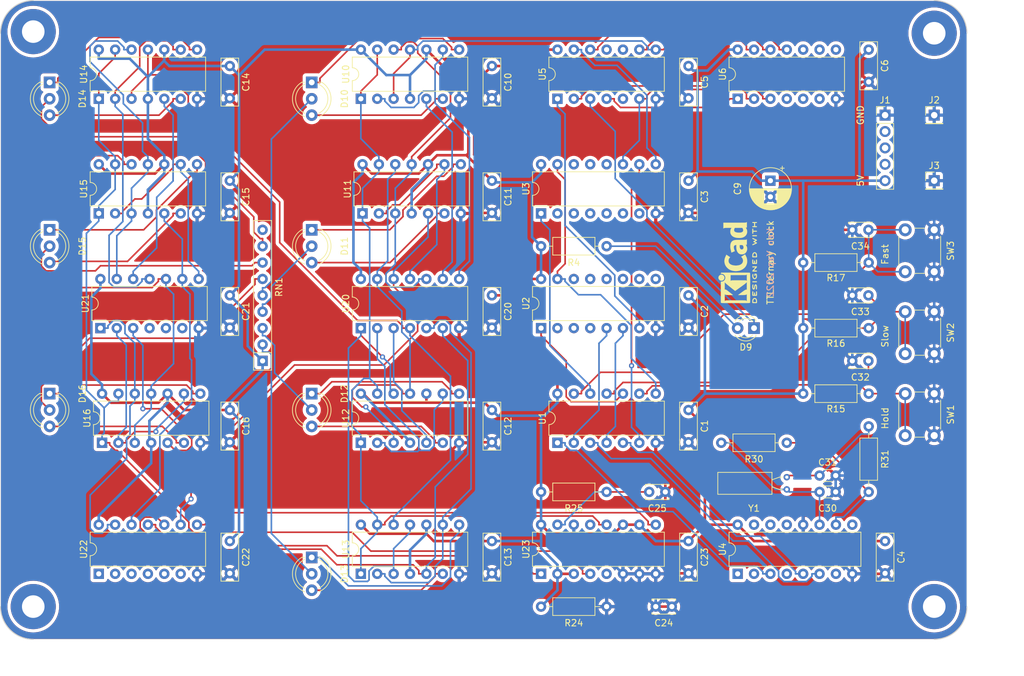
<source format=kicad_pcb>
(kicad_pcb (version 20221018) (generator pcbnew)
  (layers (0 "F.Cu" signal) (31 "B.Cu" signal) (34 "B.Paste" user) (35 "F.Paste" user) (36 "B.SilkS" user "B.Silkscreen") (37 "F.SilkS" user "F.Silkscreen") (38 "B.Mask" user) (39 "F.Mask" user) (44 "Edge.Cuts" user))
  (net 0 "")
  (net 1 "GND")
  (net 2 "+5V")
  (net 3 "Net-(U23A-RCext)")
  (net 4 "/M0/~{Q1}")
  (net 5 "/M0/~{Q0}")
  (net 6 "/M1/~{Q1}")
  (net 7 "/M1/~{Q0}")
  (net 8 "/M2/~{Q1}")
  (net 9 "/M2/~{Q0}")
  (net 10 "/M3/~{Q1}")
  (net 11 "/M3/~{Q0}")
  (net 12 "/H0/~{Q1}")
  (net 13 "/H0/~{Q0}")
  (net 14 "/H1/~{Q1}")
  (net 15 "/H1/~{Q0}")
  (net 16 "/H2/~{Q1}")
  (net 17 "/H2/~{Q0}")
  (net 18 "Net-(U4A-P1)")
  (net 19 "Net-(D9-A)")
  (net 20 "Net-(D9-K)")
  (net 21 "Net-(D10-A)")
  (net 22 "Net-(D11-A)")
  (net 23 "/HOLD")
  (net 24 "/S0")
  (net 25 "/S1")
  (net 26 "Net-(D12-A)")
  (net 27 "/2Hz")
  (net 28 "/1024Hz")
  (net 29 "/256Hz")
  (net 30 "/1div5Hz")
  (net 31 "Net-(D13-A)")
  (net 35 "Net-(U4A-~{P0})")
  (net 37 "/M0/Ci")
  (net 38 "/M0/~{R}")
  (net 39 "/M0/Q1")
  (net 40 "Net-(U4A-Q5)")
  (net 41 "/M6")
  (net 42 "Net-(U4A-Q7)")
  (net 43 "/M2/Q1")
  (net 44 "Net-(U4A-Q14)")
  (net 45 "/M54")
  (net 46 "/M60")
  (net 47 "/H0/~{R}")
  (net 48 "/H0/Q1")
  (net 49 "Net-(U2-Zb)")
  (net 50 "/H6")
  (net 52 "/H18")
  (net 58 "Net-(C31-Pad1)")
  (net 59 "Net-(C32-Pad2)")
  (net 60 "Net-(C33-Pad2)")
  (net 61 "Net-(C34-Pad2)")
  (net 74 "Net-(U3-Zc)")
  (net 83 "Net-(U5B-MR)")
  (net 86 "Net-(U5A-Q1)")
  (net 88 "Net-(U5B-Q2)")
  (net 89 "Net-(U5A-MR)")
  (net 90 "/A14")
  (net 91 "/A15")
  (net 92 "/A16")
  (net 93 "/M0/Co")
  (net 94 "Net-(U10A-D)")
  (net 95 "/M1/Co")
  (net 96 "Net-(U11A-D)")
  (net 97 "/M2/Co")
  (net 98 "Net-(U12A-D)")
  (net 99 "Net-(U13A-D)")
  (net 100 "/H0/Co")
  (net 101 "Net-(U14A-D)")
  (net 102 "/H1/Co")
  (net 103 "Net-(U15A-D)")
  (net 104 "/H2/Q1")
  (net 105 "Net-(U16A-D)")
  (net 106 "Net-(U23A-A)")
  (net 107 "Net-(U23B-A)")
  (footprint "Capacitor_THT:C_Disc_D3.4mm_W2.1mm_P2.50mm" (layer "F.Cu") (at 200.66 71.12)
    (fp_text reference "C34")
    (fp_text value "100n")
  )
  (footprint "Capacitor_THT:C_Rect_L7.2mm_W2.5mm_P5.00mm_FKS2_FKP2_MKS2_MKP2" (layer "F.Cu") (at 144.78 81.28 -90)
    (fp_text reference "C20")
    (fp_text value "100n")
  )
  (footprint "Capacitor_THT:C_Rect_L7.2mm_W2.5mm_P5.00mm_FKS2_FKP2_MKS2_MKP2" (layer "F.Cu") (at 104.14 81.28 -90)
    (fp_text reference "C21")
    (fp_text value "100n")
  )
  (footprint "LED_THT:LED_D5.0mm-3" (layer "F.Cu") (at 116.84 48.26 -90)
    (fp_text reference "D10")
    (fp_text value "3^0")
  )
  (footprint "LED_THT:LED_D5.0mm-3" (layer "F.Cu") (at 116.84 71.12 -90)
    (fp_text reference "D11")
    (fp_text value "3^1")
  )
  (footprint "LED_THT:LED_D5.0mm-3" (layer "F.Cu") (at 116.84 96.52 -90)
    (fp_text reference "D12")
    (fp_text value "3^2")
  )
  (footprint "LED_THT:LED_D5.0mm-3" (layer "F.Cu") (at 116.84 121.92 -90)
    (fp_text reference "D13")
    (fp_text value "3^3")
  )
  (footprint "LED_THT:LED_D5.0mm-3" (layer "F.Cu") (at 76.2 48.26 -90)
    (fp_text reference "D14")
    (fp_text value "3^0")
  )
  (footprint "LED_THT:LED_D5.0mm-3" (layer "F.Cu") (at 76.2 71.12 -90)
    (fp_text reference "D15")
    (fp_text value "3^1")
  )
  (footprint "LED_THT:LED_D5.0mm-3" (layer "F.Cu") (at 76.2 96.52 -90)
    (fp_text reference "D16")
    (fp_text value "3^2")
  )
  (footprint "LED_THT:LED_D3.0mm" (layer "F.Cu") (at 185.42 86.36 180)
    (fp_text reference "D9")
    (fp_text value "1Hz")
  )
  (footprint "MountingHole:MountingHole_3.5mm_Pad" (layer "F.Cu") (at 73.66 40.386)
    (fp_text reference "H1" hide)
    (fp_text value "MountingHole")
  )
  (footprint "MountingHole:MountingHole_3.5mm_Pad" (layer "F.Cu") (at 213.36 40.64)
    (fp_text reference "H2" hide)
    (fp_text value "MountingHole")
  )
  (footprint "MountingHole:MountingHole_3.5mm_Pad" (layer "F.Cu") (at 73.66 129.54)
    (fp_text reference "H3" hide)
    (fp_text value "MountingHole")
  )
  (footprint "MountingHole:MountingHole_3.5mm_Pad" (layer "F.Cu") (at 213.36 129.54)
    (fp_text reference "H4" hide)
    (fp_text value "MountingHole")
  )
  (footprint "Connector_PinHeader_2.54mm:PinHeader_1x01_P2.54mm_Vertical" (layer "F.Cu") (at 213.36 63.5)
    (fp_text reference "J3")
    (fp_text value "M")
  )
  (footprint "Resistor_THT:R_Axial_DIN0207_L6.3mm_D2.5mm_P10.16mm_Horizontal" (layer "F.Cu") (at 203.2 96.52 180)
    (fp_text reference "R15")
    (fp_text value "47k")
  )
  (footprint "Resistor_THT:R_Axial_DIN0207_L6.3mm_D2.5mm_P10.16mm_Horizontal" (layer "F.Cu") (at 203.2 76.2 180)
    (fp_text reference "R17")
    (fp_text value "47k")
  )
  (footprint "Resistor_THT:R_Array_SIP9" (layer "F.Cu") (at 109.22 91.44 90)
    (fp_text reference "RN1")
    (fp_text value "1k")
  )
  (footprint "Package_DIP:DIP-14_W7.62mm" (layer "F.Cu") (at 124.46 50.8 90)
    (fp_text reference "U10")
    (fp_text value "74LS74")
  )
  (footprint "Package_DIP:DIP-14_W7.62mm" (layer "F.Cu") (at 124.714 68.58 90)
    (fp_text reference "U11")
    (fp_text value "74LS74")
  )
  (footprint "Package_DIP:DIP-14_W7.62mm" (layer "F.Cu") (at 124.46 104.14 90)
    (fp_text reference "U12")
    (fp_text value "74LS74")
  )
  (footprint "Package_DIP:DIP-14_W7.62mm" (layer "F.Cu") (at 124.46 124.46 90)
    (fp_text reference "U13")
    (fp_text value "74LS74")
  )
  (footprint "Package_DIP:DIP-14_W7.62mm" (layer "F.Cu") (at 83.82 50.8 90)
    (fp_text reference "U14")
    (fp_text value "74LS74")
  )
  (footprint "Package_DIP:DIP-14_W7.62mm" (layer "F.Cu") (at 83.82 68.58 90)
    (fp_text reference "U15")
    (fp_text value "74LS74")
  )
  (footprint "Package_DIP:DIP-14_W7.62mm" (layer "F.Cu") (at 84.328 104.14 90)
    (fp_text reference "U16")
    (fp_text value "74LS74")
  )
  (footprint "Package_DIP:DIP-14_W7.62mm" (layer "F.Cu") (at 124.46 86.36 90)
    (fp_text reference "U20")
    (fp_text value "74LS02")
  )
  (footprint "Package_DIP:DIP-14_W7.62mm" (layer "F.Cu") (at 84.074 86.36 90)
    (fp_text reference "U21")
    (fp_text value "74LS02")
  )
  (footprint "Capacitor_THT:C_Rect_L7.2mm_W2.5mm_P5.00mm_FKS2_FKP2_MKS2_MKP2" (layer "F.Cu") (at 144.78 63.5 -90)
    (fp_text reference "C11")
    (fp_text value "100n")
  )
  (footprint "Capacitor_THT:C_Rect_L7.2mm_W2.5mm_P5.00mm_FKS2_FKP2_MKS2_MKP2" (layer "F.Cu") (at 144.78 99.06 -90)
    (fp_text reference "C12")
    (fp_text value "100n")
  )
  (footprint "Capacitor_THT:C_Rect_L7.2mm_W2.5mm_P5.00mm_FKS2_FKP2_MKS2_MKP2" (layer "F.Cu") (at 144.78 119.38 -90)
    (fp_text reference "C13")
    (fp_text value "100n")
  )
  (footprint "Capacitor_THT:C_Rect_L7.2mm_W2.5mm_P5.00mm_FKS2_FKP2_MKS2_MKP2" (layer "F.Cu") (at 104.14 45.72 -90)
    (fp_text reference "C14")
    (fp_text value "100n")
  )
  (footprint "Capacitor_THT:C_Rect_L7.2mm_W2.5mm_P5.00mm_FKS2_FKP2_MKS2_MKP2" (layer "F.Cu") (at 104.14 63.5 -90)
    (fp_text reference "C15")
    (fp_text value "100n")
  )
  (footprint "Capacitor_THT:C_Rect_L7.2mm_W2.5mm_P5.00mm_FKS2_FKP2_MKS2_MKP2" (layer "F.Cu") (at 104.14 99.06 -90)
    (fp_text reference "C16")
    (fp_text value "100n")
  )
  (footprint "Capacitor_THT:C_Rect_L7.2mm_W2.5mm_P5.00mm_FKS2_FKP2_MKS2_MKP2" (layer "F.Cu") (at 144.78 45.72 -90)
    (fp_text reference "C10")
    (fp_text value "100n")
  )
  (footprint "Capacitor_THT:C_Rect_L7.2mm_W2.5mm_P5.00mm_FKS2_FKP2_MKS2_MKP2" (layer "F.Cu") (at 104.14 119.38 -90)
    (fp_text reference "C22")
    (fp_text value "100n")
  )
  (footprint "Capacitor_THT:C_Disc_D3.0mm_W1.6mm_P2.50mm" (layer "F.Cu") (at 195.58 111.76)
    (fp_text reference "C30")
    (fp_text value "22pF")
  )
  (footprint "Package_DIP:DIP-14_W7.62mm" (layer "F.Cu") (at 83.82 124.46 90)
    (fp_text reference "U22")
    (fp_text value "74LS00")
  )
  (footprint "Button_Switch_THT:SW_PUSH_6mm_H4.3mm" (layer "F.Cu") (at 213.36 96.52 -90)
    (fp_text reference "SW1")
    (fp_text value "Hold")
  )
  (footprint "Button_Switch_THT:SW_PUSH_6mm_H4.3mm" (layer "F.Cu") (at 213.36 83.82 -90)
    (fp_text reference "SW2")
    (fp_text value "Slow")
  )
  (footprint "Capacitor_THT:C_Disc_D3.4mm_W2.1mm_P2.50mm" (layer "F.Cu") (at 200.66 91.44)
    (fp_text reference "C32")
    (fp_text value "100n")
  )
  (footprint "Capacitor_THT:C_Disc_D3.4mm_W2.1mm_P2.50mm" (layer "F.Cu") (at 200.66 81.28)
    (fp_text reference "C33")
    (fp_text value "100n")
  )
  (footprint "Button_Switch_THT:SW_PUSH_6mm_H4.3mm" (layer "F.Cu") (at 213.36 71.12 -90)
    (fp_text reference "SW3")
    (fp_text value "Fast")
  )
  (footprint "Resistor_THT:R_Axial_DIN0207_L6.3mm_D2.5mm_P10.16mm_Horizontal" (layer "F.Cu") (at 203.2 86.36 180)
    (fp_text reference "R16")
    (fp_text value "47k")
  )
  (footprint "Capacitor_THT:C_Disc_D3.0mm_W1.6mm_P2.50mm" (layer "F.Cu") (at 195.58 109.22)
    (fp_text reference "C31")
    (fp_text value "22pF")
  )
  (footprint "Package_DIP:DIP-16_W7.62mm" (layer "F.Cu") (at 182.88 124.46 90)
    (fp_text reference "U4")
    (fp_text value "4060")
  )
  (footprint "Capacitor_THT:C_Rect_L7.2mm_W2.5mm_P5.00mm_FKS2_FKP2_MKS2_MKP2" (layer "F.Cu") (at 205.74 119.38 -90)
    (fp_text reference "C4")
    (fp_text value "100n")
  )
  (footprint "Resistor_THT:R_Axial_DIN0207_L6.3mm_D2.5mm_P10.16mm_Horizontal" (layer "F.Cu") (at 190.5 104.14 180)
    (fp_text reference "R30")
    (fp_text value "10M")
  )
  (footprint "Resistor_THT:R_Axial_DIN0207_L6.3mm_D2.5mm_P10.16mm_Horizontal" (layer "F.Cu") (at 152.4 73.66)
    (fp_text reference "R4")
    (fp_text value "4k7")
  )
  (footprint "Symbol:KiCad-Logo2_5mm_SilkScreen" (layer "F.Cu") (at 182.88 76.2 90)
    (fp_text reference "REF**" hide)
    (fp_text value "KiCad-Logo2_5mm_SilkScreen" hide)
  )
  (footprint "Capacitor_THT:C_Rect_L7.2mm_W2.5mm_P5.00mm_FKS2_FKP2_MKS2_MKP2" (layer "F.Cu") (at 175.26 81.28 -90)
    (fp_text reference "C2")
    (fp_text value "100n")
  )
  (footprint "Connector_PinHeader_2.54mm:PinHeader_1x01_P2.54mm_Vertical" (layer "F.Cu") (at 213.36 53.34)
    (fp_text reference "J2")
    (fp_text value "M")
  )
  (footprint "Capacitor_THT:CP_Radial_D6.3mm_P2.50mm" (layer "F.Cu") (at 187.96 63.5 -90)
    (fp_text reference "C9")
    (fp_text value "47u")
  )
  (footprint "Crystal:Crystal_C38-LF_D3.0mm_L8.0mm_Horizontal" (layer "F.Cu") (at 190.5 109.474 -90)
    (fp_text reference "Y1")
    (fp_text value "32768Hz")
  )
  (footprint "Package_DIP:DIP-14_W7.62mm" (layer "F.Cu") (at 182.88 50.8 90)
    (fp_text reference "U6")
    (fp_text value "74LS08")
  )
  (footprint "Resistor_THT:R_Axial_DIN0207_L6.3mm_D2.5mm_P10.16mm_Horizontal" (layer "F.Cu") (at 152.4 111.76)
    (fp_text reference "R25")
    (fp_text value "47k")
  )
  (footprint "Package_DIP:DIP-16_W7.62mm" (layer "F.Cu") (at 152.4 86.36 90)
    (fp_text reference "U2")
    (fp_text value "74LS157")
  )
  (footprint "Capacitor_THT:C_Rect_L7.2mm_W2.5mm_P5.00mm_FKS2_FKP2_MKS2_MKP2" (layer "F.Cu") (at 175.26 45.72 -90)
    (fp_text reference "C5")
    (fp_text value "100n")
  )
  (footprint "Package_DIP:DIP-14_W7.62mm" (layer "F.Cu") (at 154.94 50.8 90)
    (fp_text reference "U5")
    (fp_text value "74LS393")
  )
  (footprint "Resistor_THT:R_Axial_DIN0207_L6.3mm_D2.5mm_P10.16mm_Horizontal" (layer "F.Cu") (at 152.4 129.54)
    (fp_text reference "R24")
    (fp_text value "47k")
  )
  (footprint "Capacitor_THT:C_Rect_L7.2mm_W2.5mm_P5.00mm_FKS2_FKP2_MKS2_MKP2" (layer "F.Cu") (at 175.26 119.38 -90)
    (fp_text reference "C23")
    (fp_text value "100n")
  )
  (footprint "Package_DIP:DIP-16_W7.62mm" (layer "F.Cu") (at 152.4 124.46 90)
    (fp_text reference "U23")
    (fp_text value "74LS123")
  )
  (footprint "Capacitor_THT:C_Disc_D3.4mm_W2.1mm_P2.50mm" (layer "F.Cu") (at 169.164 111.76)
    (fp_text reference "C25")
    (fp_text value "100n")
  )
  (footprint "Capacitor_THT:C_Disc_D3.4mm_W2.1mm_P2.50mm" (layer "F.Cu") (at 170.18 129.54)
    (fp_text reference "C24")
    (fp_text value "100n")
  )
  (footprint "Package_DIP:DIP-16_W7.62mm" (layer "F.Cu") (at 152.4 68.58 90)
    (fp_text reference "U3")
    (fp_text value "74LS157")
  )
  (footprint "Capacitor_THT:C_Rect_L7.2mm_W2.5mm_P5.00mm_FKS2_FKP2_MKS2_MKP2" (layer "F.Cu") (at 175.26 63.5 -90)
    (fp_text reference "C3")
    (fp_text value "100n")
  )
  (footprint "Package_DIP:DIP-14_W7.62mm" (layer "F.Cu") (at 154.94 104.14 90)
    (fp_text reference "U1")
    (fp_text value "74LS14")
  )
  (footprint "Capacitor_THT:C_Rect_L7.2mm_W2.5mm_P5.00mm_FKS2_FKP2_MKS2_MKP2" (layer "F.Cu") (at 175.26 99.06 -90)
    (fp_text reference "C1")
    (fp_text value "100n")
  )
  (footprint "Capacitor_THT:C_Rect_L7.2mm_W2.5mm_P5.00mm_FKS2_FKP2_MKS2_MKP2" (layer "F.Cu") (at 203.2 43.18 -90)
    (fp_text reference "C6")
    (fp_text value "100n")
  )
  (footprint "Resistor_THT:R_Axial_DIN0207_L6.3mm_D2.5mm_P10.16mm_Horizontal" (layer "F.Cu") (at 203.2 111.76 90)
    (fp_text reference "R31")
    (fp_text value "470k")
  )
  (footprint "Connector_PinHeader_2.54mm:PinHeader_1x05_P2.54mm_Vertical" (layer "F.Cu") (at 205.74 53.34)
    (fp_text reference "J1")
    (fp_text value "USB power")
  )
  (gr_line (start 68.58 129.54) (end 68.58 40.64) (stroke (width 0.05)) (layer "Edge.Cuts"))
  (gr_line (start 213.36 134.62) (end 73.66 134.62) (stroke (width 0.05)) (layer "Edge.Cuts"))
  (gr_line (start 218.44 40.64) (end 218.44 129.54) (stroke (width 0.05)) (layer "Edge.Cuts"))
  (gr_arc (start 73.66 134.62) (mid 70.067898 133.132102) (end 68.58 129.54) (stroke (width 0.15)) (layer "Edge.Cuts"))
  (gr_arc (start 68.58 40.64) (mid 70.067898 37.047898) (end 73.66 35.56) (stroke (width 0.15)) (layer "Edge.Cuts"))
  (gr_arc (start 213.36 35.56) (mid 216.952102 37.047898) (end 218.44 40.64) (stroke (width 0.15)) (layer "Edge.Cuts"))
  (gr_line (start 73.66 35.56) (end 213.36 35.56) (stroke (width 0.05)) (layer "Edge.Cuts"))
  (gr_arc (start 218.44 129.54) (mid 216.952102 133.132102) (end 213.36 134.62) (stroke (width 0.15)) (layer "Edge.Cuts"))
  (gr_text "Ken Yap 2022" (at 187.96 76.2 90) (layer "B.SilkS") (effects (font (size 1 1)) (justify mirror)))
  (gr_text "5V" (at 201.93 63.5 90) (layer "F.SilkS") (effects (font (size 1 1))))
  (gr_text "Hold" (at 205.74 100.33 90) (layer "F.SilkS") (effects (font (size 1 1))))
  (gr_text "Slow" (at 205.74 87.63 90) (layer "F.SilkS") (effects (font (size 1 1))))
  (gr_text "GND" (at 201.93 53.34 90) (layer "F.SilkS") (effects (font (size 1 1))))
  (gr_text "TTL ternary clock" (at 187.96 76.2 90) (layer "F.SilkS") (effects (font (size 1 1))))
  (gr_text "Fast" (at 205.74 74.93 90) (layer "F.SilkS") (effects (font (size 1 1))))
  (segment (start 193.04 116.84) (end 193.04 115.4381) (width 0.4) (layer "F.Cu") (net 1))
  (segment (start 171.664 124.38) (end 175.26 124.38) (width 0.4) (layer "F.Cu") (net 1))
  (segment (start 167.64 124.46) (end 170.18 124.46) (width 0.4) (layer "F.Cu") (net 1))
  (segment (start 172.5214 85.4205) (end 174.4005 85.4205) (width 0.4) (layer "F.Cu") (net 1))
  (segment (start 205.66 124.46) (end 205.74 124.38) (width 0.4) (layer "F.Cu") (net 1))
  (segment (start 171.6619 124.38) (end 171.664 124.38) (width 0.4) (layer "F.Cu") (net 1))
  (segment (start 139.7 104.14) (end 141.1019 104.14) (width 0.4) (layer "F.Cu") (net 1))
  (segment (start 187.96 66) (end 193.08 71.12) (width 0.4) (layer "F.Cu") (net 1))
  (segment (start 170.18 124.46) (end 171.5819 124.46) (width 0.4) (layer "F.Cu") (net 1))
  (segment (start 171.664 107.0259) (end 170.18 105.5419) (width 0.4) (layer "F.Cu") (net 1))
  (segment (start 171.664 111.76) (end 171.664 107.0259) (width 0.4) (layer "F.Cu") (net 1))
  (segment (start 167.64 124.46) (end 165.1 124.46) (width 0.4) (layer "F.Cu") (net 1))
  (segment (start 174.4005 85.4205) (end 175.26 86.28) (width 0.4) (layer "F.Cu") (net 1))
  (segment (start 148.5381 128.1381) (end 144.78 124.38) (width 0.4) (layer "F.Cu") (net 1))
  (segment (start 138.2946 105.5454) (end 105.6254 105.5454) (width 0.4) (layer "F.Cu") (net 1))
  (segment (start 198.08 111.76) (end 194.4019 115.4381) (width 0.4) (layer "F.Cu") (net 1))
  (segment (start 171.664 124.38) (end 171.664 111.76) (width 0.4) (layer "F.Cu") (net 1))
  (segment (start 141.1819 104.06) (end 141.1019 104.14) (width 0.4) (layer "F.Cu") (net 1))
  (segment (start 199.5219 50.8) (end 202.1419 48.18) (width 0.4) (layer "F.Cu") (net 1))
  (segment (start 139.7 104.14) (end 138.2946 105.5454) (width 0.4) (layer "F.Cu") (net 1))
  (segment (start 202.1419 48.18) (end 203.2 48.18) (width 0.4) (layer "F.Cu") (net 1))
  (segment (start 139.954 68.58) (end 141.3559 68.58) (width 0.4) (layer "F.Cu") (net 1))
  (segment (start 172.68 129.54) (end 170.18 129.54) (width 0.4) (layer "F.Cu") (net 1))
  (segment (start 170.18 86.36) (end 171.5819 86.36) (width 0.4) (layer "F.Cu") (net 1))
  (segment (start 171.5819 124.46) (end 171.6619 124.38) (width 0.4) (layer "F.Cu") (net 1))
  (segment (start 141.4359 68.5) (end 141.3559 68.58) (width 0.4) (layer "F.Cu") (net 1))
  (segment (start 185.46 68.5) (end 175.26 68.5) (width 0.4) (layer "F.Cu") (net 1))
  (segment (start 187.96 66) (end 185.46 68.5) (width 0.4) (layer "F.Cu") (net 1))
  (segment (start 170.18 104.14) (end 170.18 105.5419) (width 0.4) (layer "F.Cu") (net 1))
  (segment (start 193.08 71.12) (end 200.66 71.12) (width 0.4) (layer "F.Cu") (net 1))
  (segment (start 200.66 124.46) (end 205.66 124.46) (width 0.4) (layer "F.Cu") (net 1))
  (segment (start 194.4019 115.4381) (end 193.04 115.4381) (width 0.4) (layer "F.Cu") (net 1))
  (segment (start 172.5214 85.4205) (end 172.5214 72.3233) (width 0.4) (layer "F.Cu") (net 1))
  (segment (start 144.78 68.5) (end 141.4359 68.5) (width 0.4) (layer "F.Cu") (net 1))
  (segment (start 161.1581 129.54) (end 159.7562 128.1381) (width 0.4) (layer "F.Cu") (net 1))
  (segment (start 172.5214 72.3233) (end 170.18 69.9819) (width 0.4) (layer "F.Cu") (net 1))
  (segment (start 171.5819 86.36) (end 172.5214 85.4205) (width 0.4) (layer "F.Cu") (net 1))
  (segment (start 144.78 104.06) (end 141.1819 104.06) (width 0.4) (layer "F.Cu") (net 1))
  (segment (start 159.7562 128.1381) (end 148.5381 128.1381) (width 0.4) (layer "F.Cu") (net 1))
  (segment (start 105.6254 105.5454) (end 104.14 104.06) (width 0.4) (layer "F.Cu") (net 1))
  (segment (start 198.12 50.8) (end 199.5219 50.8) (width 0.4) (layer "F.Cu") (net 1))
  (segment (start 170.18 68.58) (end 170.18 69.9819) (width 0.4) (layer "F.Cu") (net 1))
  (segment (start 162.56 129.54) (end 161.1581 129.54) (width 0.4) (layer "F.Cu") (net 1))
  (segment (start 170.18 87.7619) (end 173.4209 91.0028) (width 0.4) (layer "B.Cu") (net 1))
  (segment (start 139.7 124.46) (end 141.1019 124.46) (width 0.4) (layer "B.Cu") (net 1))
  (segment (start 102.7343 51.4228) (end 102.7343 67.0943) (width 0.4) (layer "B.Cu") (net 1))
  (segment (start 200.66 71.12) (end 200.66 81.28) (width 0.4) (layer "B.Cu") (net 1))
  (segment (start 193.04 116.84) (end 193.04 118.2419) (width 0.4) (layer "B.Cu") (net 1))
  (segment (start 213.36 71.12) (end 213.36 77.62) (width 0.4) (layer "B.Cu") (net 1))
  (segment (start 170.18 129.54) (end 170.18 124.46) (width 0.4) (layer "B.Cu") (net 1))
  (segment (start 99.06 124.46) (end 100.4619 124.46) (width 0.4) (layer "B.Cu") (net 1))
  (segment (start 174.5577 51.4223) (end 173.8553 51.4223) (width 0.4) (layer "B.Cu") (net 1))
  (segment (start 158.8819 118.2419) (end 165.1 124.46) (width 0.4) (layer "B.Cu") (net 1))
  (segment (start 144.78 86.28) (end 143.3781 84.8781) (width 0.4) (layer "B.Cu") (net 1))
  (segment (start 213.36 53.34) (end 205.74 53.34) (width 0.4) (layer "B.Cu") (net 1))
  (segment (start 173.461 102.2609) (end 175.26 104.06) (width 0.4) (layer "B.Cu") (net 1))
  (segment (start 162.56 129.54) (end 162.56 128.1381) (width 0.4) (layer "B.Cu") (net 1))
  (segment (start 99.568 104.14) (end 99.568 102.7381) (width 0.4) (layer "B.Cu") (net 1))
  (segment (start 144.78 124.38) (end 144.079 123.679) (width 0.4) (layer "B.Cu") (net 1))
  (segment (start 173.461 102.2609) (end 171.5819 104.14) (width 0.4) (layer "B.Cu") (net 1))
  (segment (start 143.3781 87.6819) (end 144.78 86.28) (width 0.4) (layer "B.Cu") (net 1))
  (segment (start 213.36 83.82) (end 213.36 90.32) (width 0.4) (layer "B.Cu") (net 1))
  (segment (start 102.7314 105.4686) (end 104.14 104.06) (width 0.4) (layer "B.Cu") (net 1))
  (segment (start 213.36 77.62) (end 213.36 83.82) (width 0.4) (layer "B.Cu") (net 1))
  (segment (start 102.2262 67.0943) (end 100.7405 68.58) (width 0.4) (layer "B.Cu") (net 1))
  (segment (start 162.56 128.1381) (end 164.8362 125.8619) (width 0.4) (layer "B.Cu") (net 1))
  (segment (start 144.78 68.5) (end 143.3781 67.0981) (width 0.4) (layer "B.Cu") (net 1))
  (segment (start 165.1 124.46) (end 165.1 125.8619) (width 0.4) (layer "B.Cu") (net 1))
  (segment (start 143.3781 67.0981) (end 143.3781 52.1219) (width 0.4) (layer "B.Cu") (net 1))
  (segment (start 103.4357 123.6757) (end 102.7314 123.6757) (width 0.4) (layer "B.Cu") (net 1))
  (segment (start 194.4419 118.2419) (end 200.66 124.46) (width 0.4) (layer "B.Cu") (net 1))
  (segment (start 173.8553 51.4223) (end 173.8553 67.0953) (width 0.4) (layer "B.Cu") (net 1))
  (segment (start 99.06 68.58) (end 100.4619 68.58) (width 0.4) (layer "B.Cu") (net 1))
  (segment (start 173.8553 51.4223) (end 172.2042 51.4223) (width 0.4) (layer "B.Cu") (net 1))
  (segment (start 102.7314 105.4686) (end 102.2985 105.4686) (width 0.4) (layer "B.Cu") (net 1))
  (segment (start 173.421 102.221) (end 173.461 102.2609) (width 0.4) (layer "B.Cu") (net 1))
  (segment (start 143.3781 105.4619) (end 144.78 104.06) (width 0.4) (layer "B.Cu") (net 1))
  (segment (start 101.0847 51.4228) (end 100.4619 50.8) (width 0.4) (layer "B.Cu") (net 1))
  (segment (start 144.079 123.679) (end 143.3781 123.679) (width 0.4) (layer "B.Cu") (net 1))
  (segment (start 173.8553 67.0953) (end 173.0666 67.0953) (width 0.4) (layer "B.Cu") (net 1))
  (segment (start 213.36 90.32) (end 213.36 96.52) (width 0.4) (layer "B.Cu") (net 1))
  (segment (start 170.18 104.14) (end 171.5819 104.14) (width 0.4) (layer "B.Cu") (net 1))
  (segment (start 172.2042 51.4223) (end 171.5819 50.8) (width 0.4) (layer "B.Cu") (net 1))
  (segment (start 213.36 103.02) (end 207.16 109.22) (width 0.4) (layer "B.Cu") (net 1))
  (segment (start 142.4238 87.6819) (end 141.1019 86.36) (width 0.4) (layer "B.Cu") (net 1))
  (segment (start 142.0562 50.8) (end 143.3781 52.1219) (width 0.4) (layer "B.Cu") (net 1))
  (segment (start 143.3781 52.1219) (end 144.78 50.72) (width 0.4) (layer "B.Cu") (net 1))
  (segment (start 200.66 81.28) (end 200.66 91.44) (width 0.4) (layer "B.Cu") (net 1))
  (segment (start 198.08 111.76) (end 198.08 109.22) (width 0.4) (layer "B.Cu") (net 1))
  (segment (start 103.4372 51.4228) (end 102.7343 51.4228) (width 0.4) (layer "B.Cu") (net 1))
  (segment (start 101.3916 83.5316) (end 104.14 86.28) (width 0.4) (layer "B.Cu") (net 1))
  (segment (start 213.36 63.5) (end 213.36 69.5179) (width 0.4) (layer "B.Cu") (net 1))
  (segment (start 100.7405 83.5316) (end 101.3916 83.5316) (width 0.4) (layer "B.Cu") (net 1))
  (segment (start 139.7 50.8) (end 142.0562 50.8) (width 0.4) (layer "B.Cu") (net 1))
  (segment (start 193.04 118.2419) (end 194.4419 118.2419) (width 0.4) (layer "B.Cu") (net 1))
  (segment (start 213.36 96.52) (end 213.36 103.02) (width 0.4) (layer "B.Cu") (net 1))
  (segment (start 213.36 69.5179) (end 202.2621 69.5179) (width 0.4) (layer "B.Cu") (net 1))
  (segment (start 173.421 102.2209) (end 173.421 102.221) (width 0.4) (layer "B.Cu") (net 1))
  (segment (start 99.06 50.8) (end 100.4619 50.8) (width 0.4) (layer "B.Cu") (net 1))
  (segment (start 164.8362 125.8619) (end 165.1 125.8619) (width 0.4) (layer "B.Cu") (net 1))
  (segment (start 102.7343 67.0943) (end 104.14 68.5) (width 0.4) (layer "B.Cu") (net 1))
  (segment (start 101.2462 123.6757) (end 100.4619 124.46) (width 0.4) (layer "B.Cu") (net 1))
  (segment (start 102.2985 105.4686) (end 100.9699 104.14) (width 0.4) (layer "B.Cu") (net 1))
  (segment (start 100.7405 68.58) (end 100.7405 83.5316) (width 0.4) (layer "B.Cu") (net 1))
  (segment (start 175.26 50.72) (end 174.5577 51.4223) (width 0.4) (layer "B.Cu") (net 1))
  (segment (start 101.02 89.4679) (end 101.02 101.2861) (width 0.4) (layer "B.Cu") (net 1))
  (segment (start 173.8553 67.0953) (end 175.26 68.5) (width 0.4) (layer "B.Cu") (net 1))
  (segment (start 170.18 68.58) (end 171.5819 68.58) (width 0.4) (layer "B.Cu") (net 1))
  (segment (start 143.3781 123.679) (end 141.8829 123.679) (width 0.4) (layer "B.Cu") (net 1))
  (segment (start 141.8829 123.679) (end 141.1019 124.46) (width 0.4) (layer "B.Cu") (net 1))
  (segment (start 205.74 50.72) (end 203.2 48.18) (width 0.4) (layer "B.Cu") (net 1))
  (segment (start 170.18 50.8) (end 171.5819 50.8) (width 0.4) (layer "B.Cu") (net 1))
  (segment (start 99.568 104.14) (end 100.9699 104.14) (width 0.4) (layer "B.Cu") (net 1))
  (segment (start 157.48 118.2419) (end 158.8819 118.2419) (width 0.4) (layer "B.Cu") (net 1))
  (segment (start 99.314 87.7619) (end 101.02 89.4679) (width 0.4) (layer "B.Cu") (net 1))
  (segment (start 101.02 101.2861) (end 99.568 102.7381) (width 0.4) (layer "B.Cu") (net 1))
  (segment (start 157.48 116.84) (end 157.48 118.2419) (width 0.4) (layer "B.Cu") (net 1))
  (segment (start 143.3781 87.6819) (end 142.4238 87.6819) (width 0.4) (layer "B.Cu") (net 1))
  (segment (start 173.4209 102.2208) (end 173.421 102.2209) (width 0.4) (layer "B.Cu") (net 1))
  (segment (start 102.7343 67.0943) (end 102.2262 67.0943) (width 0.4) (layer "B.Cu") (net 1))
  (segment (start 202.2621 69.5179) (end 200.66 71.12) (width 0.4) (layer "B.Cu") (net 1))
  (segment (start 213.36 53.34) (end 213.36 63.5) (width 0.4) (layer "B.Cu") (net 1))
  (segment (start 170.18 86.36) (end 170.18 87.7619) (width 0.4) (layer "B.Cu") (net 1))
  (segment (start 143.3781 123.679) (end 143.3781 105.4619) (width 0.4) (layer "B.Cu") (net 1))
  (segment (start 207.16 109.22) (end 198.08 109.22) (width 0.4) (layer "B.Cu") (net 1))
  (segment (start 173.0666 67.0953) (end 171.5819 68.58) (width 0.4) (layer "B.Cu") (net 1))
  (segment (start 99.314 86.36) (end 99.314 87.7619) (width 0.4) (layer "B.Cu") (net 1))
  (segment (start 99.314 86.36) (end 99.314 84.9581) (width 0.4) (layer "B.Cu") (net 1))
  (segment (start 139.7 86.36) (end 141.1019 86.36) (width 0.4) (layer "B.Cu") (net 1))
  (segment (start 100.7405 68.58) (end 100.4619 68.58) (width 0.4) (layer "B.Cu") (net 1))
  (segment (start 144.78 104.06) (end 143.3781 102.6581) (width 0.4) (layer "B.Cu") (net 1))
  (segment (start 205.74 53.34) (end 205.74 50.72) (width 0.4) (layer "B.Cu") (net 1))
  (segment (start 102.7314 123.6757) (end 101.2462 123.6757) (width 0.4) (layer "B.Cu") (net 1))
  (segment (start 100.7405 83.5316) (end 99.314 84.9581) (width 0.4) (layer "B.Cu") (net 1))
  (segment (start 102.7314 123.6757) (end 102.7314 105.4686) (width 0.4) (layer "B.Cu") (net 1))
  (segment (start 102.7343 51.4228) (end 101.0847 51.4228) (width 0.4) (layer "B.Cu") (net 1))
  (segment (start 213.36 69.5179) (end 213.36 71.12) (width 0.4) (layer "B.Cu") (net 1))
  (segment (start 104.14 124.38) (end 103.4357 123.6757) (width 0.4) (layer "B.Cu") (net 1))
  (segment (start 143.3781 102.6581) (end 143.3781 87.6819) (width 0.4) (layer "B.Cu") (net 1))
  (segment (start 104.14 50.72) (end 103.4372 51.4228) (width 0.4) (layer "B.Cu") (net 1))
  (segment (start 173.4209 91.0028) (end 173.4209 102.2208) (width 0.4) (layer "B.Cu") (net 1))
  (segment (start 143.3781 69.9019) (end 144.78 68.5) (width 0.4) (layer "B.Cu") (net 1))
  (segment (start 143.3781 84.8781) (end 143.3781 69.9019) (width 0.4) (layer "B.Cu") (net 1))
  (segment (start 144.78 45.72) (end 150.9981 45.72) (width 0.4) (layer "F.Cu") (net 2))
  (segment (start 148.4581 81.28) (end 150.9981 78.74) (width 0.4) (layer "F.Cu") (net 2))
  (segment (start 165.1 116.84) (end 163.6981 118.2419) (width 0.4) (layer "F.Cu") (net 2))
  (segment (start 144.78 63.5) (end 140.8329 59.5529) (width 0.4) (layer "F.Cu") (net 2))
  (segment (start 148.4581 81.28) (end 148.4581 88.6362) (width 0.4) (layer "F.Cu") (net 2))
  (segment (start 185.42 119.38) (end 205.74 119.38) (width 0.4) (layer "F.Cu") (net 2))
  (segment (start 165.1 116.84) (end 167.64 116.84) (width 0.4) (layer "F.Cu") (net 2))
  (segment (start 152.4 78.74) (end 150.9981 78.74) (width 0.4) (layer "F.Cu") (net 2))
  (segment (start 135.7581 119.38) (end 144.78 119.38) (width 0.4) (layer "F.Cu") (net 2))
  (segment (start 134.62 118.2419) (end 135.7581 119.38) (width 0.4) (layer "F.Cu") (net 2))
  (segment (start 97.028 99.06) (end 104.14 99.06) (width 0.4) (layer "F.Cu") (net 2))
  (segment (start 140.8329 59.5529) (end 136.2811 59.5529) (width 0.4) (layer "F.Cu") (net 2))
  (segment (start 134.62 96.52) (end 134.62 97.9219) (width 0.4) (layer "F.Cu") (net 2))
  (segment (start 134.62 97.9219) (end 143.6419 97.9219) (width 0.4) (layer "F.Cu") (net 2))
  (segment (start 85.7476 97.9396) (end 84.328 96.52) (width 0.4) (layer "F.Cu") (net 2))
  (segment (start 134.62 43.18) (end 139.2541 47.8141) (width 0.4) (layer "F.Cu") (net 2))
  (segment (start 139.2541 47.8141) (end 141.1224 47.8141) (width 0.4) (layer "F.Cu") (net 2))
  (segment (start 93.98 60.96) (end 92.5423 62.3977) (width 0.4) (layer "F.Cu") (net 2))
  (segment (start 153.8019 118.2419) (end 152.4 116.84) (width 0.4) (layer "F.Cu") (net 2))
  (segment (start 177.8 101.6) (end 175.26 99.06) (width 0.4) (layer "F.Cu") (net 2))
  (segment (start 126.1517 62.3977) (end 133.4363 62.3977) (width 0.4) (layer "F.Cu") (net 2))
  (segment (start 140.8329 59.5529) (end 141.1224 59.2634) (width 0.4) (layer "F.Cu") (net 2))
  (segment (start 154.94 96.52) (end 154.94 95.1181) (width 0.4) (layer "F.Cu") (net 2))
  (segment (start 141.1224 47.8141) (end 142.6859 47.8141) (width 0.4) (layer "F.Cu") (net 2))
  (segment (start 91.0751 97.8586) (end 90.2452 97.8586) (width 0.4) (layer "F.Cu") (net 2))
  (segment (start 133.4363 62.3977) (end 134.874 60.96) (width 0.4) (layer "F.Cu") (net 2))
  (segment (start 150.9981 45.72) (end 153.5381 43.18) (width 0.4) (layer "F.Cu") (net 2))
  (segment (start 134.62 116.84) (end 134.62 118.2419) (width 0.4) (layer "F.Cu") (net 2))
  (segment (start 124.8021 96.52) (end 126.204 97.9219) (width 0.4) (layer "F.Cu") (net 2))
  (segment (start 157.48 124.46) (end 154.94 124.46) (width 0.4) (layer "F.Cu") (net 2))
  (segment (start 143.6419 97.9219) (end 144.78 99.06) (width 0.4) (layer "F.Cu") (net 2))
  (segment (start 148.4581 88.6362) (end 154.94 95.1181) (width 0.4) (layer "F.Cu") (net 2))
  (segment (start 124.46 96.52) (end 124.8021 96.52) (width 0.4) (layer "F.Cu") (net 2))
  (segment (start 163.6981 118.2419) (end 153.8019 118.2419) (width 0.4) (layer "F.Cu") (net 2))
  (segment (start 85.2577 62.3977) (end 83.82 60.96) (width 0.4) (layer "F.Cu") (net 2))
  (segment (start 124.46 116.84) (end 125.8619 118.2419) (width 0.4) (layer "F.Cu") (net 2))
  (segment (start 177.8 116.84) (end 177.8 101.6) (width 0.4) (layer "F.Cu") (net 2))
  (segment (start 177.8 116.84) (end 175.26 119.38) (width 0.4) (layer "F.Cu") (net 2))
  (segment (start 125.8619 118.2419) (end 134.62 118.2419) (width 0.4) (layer "F.Cu") (net 2))
  (segment (start 154.94 43.18) (end 153.5381 43.18) (width 0.4) (layer "F.Cu") (net 2))
  (segment (start 126.204 97.9219) (end 134.62 97.9219) (width 0.4) (layer "F.Cu") (net 2))
  (segment (start 141.1224 59.2634) (end 141.1224 47.8141) (width 0.4) (layer "F.Cu") (net 2))
  (segment (start 90.2452 97.8586) (end 90.1642 97.9396) (width 0.4) (layer "F.Cu") (net 2))
  (segment (start 93.0684 97.9396) (end 91.1561 97.9396) (width 0.4) (layer "F.Cu") (net 2))
  (segment (start 92.5423 62.3977) (end 85.2577 62.3977) (width 0.4) (layer "F.Cu") (net 2))
  (segment (start 142.6859 47.8141) (end 144.78 45.72) (width 0.4) (layer "F.Cu") (net 2))
  (segment (start 136.2811 59.5529) (end 134.874 60.96) (width 0.4) (layer "F.Cu") (net 2))
  (segment (start 182.88 116.84) (end 177.8 116.84) (width 0.4) (layer "F.Cu") (net 2))
  (segment (start 182.88 116.84) (end 185.42 119.38) (width 0.4) (layer "F.Cu") (net 2))
  (segment (start 94.488 96.52) (end 97.028 99.06) (width 0.4) (layer "F.Cu") (net 2))
  (segment (start 91.1561 97.9396) (end 91.0751 97.8586) (width 0.4) (layer "F.Cu") (net 2))
  (segment (start 124.714 60.96) (end 126.1517 62.3977) (width 0.4) (layer "F.Cu") (net 2))
  (segment (start 144.78 81.28) (end 148.4581 81.28) (width 0.4) (layer "F.Cu") (net 2))
  (segment (start 94.488 96.52) (end 93.0684 97.9396) (width 0.4) (layer "F.Cu") (net 2))
  (segment (start 90.1642 97.9396) (end 85.7476 97.9396) (width 0.4) (layer "F.Cu") (net 2))
  (segment (start 91.44 47.4048) (end 88.6171 44.5819) (width 0.4) (layer "B.Cu") (net 2))
  (segment (start 88.6171 44.5819) (end 83.82 44.5819) (width 0.4) (layer "B.Cu") (net 2))
  (segment (start 105.5705 62.0695) (end 105.5705 47.1505) (width 0.4) (layer "B.Cu") (net 2))
  (segment (start 94.75 45.72) (end 93.98 44.95) (width 0.4) (layer "B.Cu") (net 2))
  (segment (start 105.5585 64.9185) (end 104.14 63.5) (width 0.4) (layer "B.Cu") (net 2))
  (segment (start 154.94 127) (end 154.94 124.46) (width 0.4) (layer "B.Cu") (net 2))
  (segment (start 105.5693 100.4893) (end 105.5693 117.9507) (width 0.4) (layer "B.Cu") (net 2))
  (segment (start 134.62 43.18) (end 134.62 44.5819) (width 0.4) (layer "B.Cu") (net 2))
  (segment (start 84.328 95.1181) (end 82.6721 93.4622) (width 0.4) (layer "B.Cu") (net 2))
  (segment (start 152.4 111.76) (end 152.4 116.84) (width 0.4) (layer "B.Cu") (net 2))
  (segment (start 104.14 99.06) (end 105.5693 100.4893) (width 0.4) (layer "B.Cu") (net 2))
  (segment (start 193.04 96.52) (end 193.04 86.36) (width 0.4) (layer "B.Cu") (net 2))
  (segment (start 93.98 61.46) (end 93.98 62.3619) (width 0.4) (layer "B.Cu") (net 2))
  (segment (start 109.22 92.8419) (end 104.14 97.9219) (width 0.4) (layer "B.Cu") (net 2))
  (segment (start 177.8 96.52) (end 177.8 83.82) (width 0.4) (layer "B.Cu") (net 2))
  (segment (start 109.541 43.18) (end 124.46 43.18) (width 0.4) (layer "B.Cu") (net 2))
  (segment (start 82.6721 93.4622) (end 82.6721 81.5438) (width 0.4) (layer "B.Cu") (net 2))
  (segment (start 104.14 81.28) (end 105.5585 79.8615) (width 0.4) (layer "B.Cu") (net 2))
  (segment (start 93.8948 44.95) (end 91.44 47.4048) (width 0.4) (layer "B.Cu") (net 2))
  (segment (start 109.22 91.44) (end 109.22 92.8419) (width 0.4) (layer "B.Cu") (net 2))
  (segment (start 91.44 57.0181) (end 91.44 50.8) (width 0.4) (layer "B.Cu") (net 2))
  (segment (start 201.7753 44.6047) (end 203.2 43.18) (width 0.4) (layer "B.Cu") (net 2))
  (segment (start 94.488 97.9219) (end 91.6692 100.7407) (width 0.4) (layer "B.Cu") (net 2))
  (segment (start 134.874 62.3619) (end 132.334 64.9019) (width 0.4) (layer "B.Cu") (net 2))
  (segment (start 134.874 60.96) (end 134.874 62.3619) (width 0.4) (layer "B.Cu") (net 2))
  (segment (start 93.98 59.5581) (end 91.44 57.0181) (width 0.4) (layer "B.Cu") (net 2))
  (segment (start 93.98 62.3619) (end 91.44 64.9019) (width 0.4) (layer "B.Cu") (net 2))
  (segment (start 83.82 43.18) (end 83.82 44.5819) (width 0.4) (layer "B.Cu") (net 2))
  (segment (start 145.6629 99.9429) (end 144.78 99.06) (width 0.4) (layer "B.Cu") (net 2))
  (segment (start 150.9981 63.7638) (end 145.0438 63.7638) (width 0.4) (layer "B.Cu") (net 2))
  (segment (start 201.7753 63.5) (end 193.04 63.5) (width 0.4) (layer "B.Cu") (net 2))
  (segment (start 193.04 76.2) (end 193.04 74.7981) (width 0.4) (layer "B.Cu") (net 2))
  (segment (start 187.96 63.5) (end 186.5581 63.5) (width 0.4) (layer "B.Cu") (net 2))
  (segment (start 193.04 63.5) (end 193.04 74.7981) (width 0.4) (layer "B.Cu") (net 2))
  (segment (start 152.919 99.9429) (end 152.4 99.9429) (width 0.4) (layer "B.Cu") (net 2))
  (segment (start 152.4 60.96) (end 152.4 62.3619) (width 0.4) (layer "B.Cu") (net 2))
  (segment (start 93.98 61.46) (end 93.98 60.96) (width 0.4) (layer "B.Cu") (net 2))
  (segment (start 170.18 119.38) (end 175.26 119.38) (width 0.4) (layer "B.Cu") (net 2))
  (segment (start 91.948 107.3101) (end 91.948 104.14) (width 0.4) (layer "B.Cu") (net 2))
  (segment (start 106.9142 84.0542) (end 106.9142 89.1342) (width 0.4) (layer "B.Cu") (net 2))
  (segment (start 91.44 49.3981) (end 91.44 47.4048) (width 0.4) (layer "B.Cu") (net 2))
  (segment (start 83.82 116.84) (end 83.82 115.4381) (width 0.4) (layer "B.Cu") (net 2))
  (segment (start 152.4 78.74) (end 152.4 73.66) (width 0.4) (layer "B.Cu") (net 2))
  (segment (start 167.64 116.84) (end 170.18 119.38) (width 0.4) (layer "B.Cu") (net 2))
  (segment (start 132.08 123.0581) (end 132.08 120.7819) (width 0.4) (layer "B.Cu") (net 2))
  (segment (start 104.14 63.5) (end 105.5705 62.0695) (width 0.4) (layer "B.Cu") (net 2))
  (segment (start 134.62 116.84) (end 134.62 118.2419) (width 0.4) (layer "B.Cu") (net 2))
  (segment (start 185.1443 62.0862) (end 176.6738 62.0862) (width 0.4) (layer "B.Cu") (net 2))
  (segment (start 201.7753 63.5) (end 201.7753 44.6047) (width 0.4) (layer "B.Cu") (net 2))
  (segment (start 175.26 45.72) (end 175.9669 46.4269) (width 0.4) (layer "B.Cu") (net 2))
  (segment (start 152.4 119.38) (end 152.4 120.5181) (width 0.4) (layer "B.Cu") (net 2))
  (segment (start 193.04 63.5) (end 187.96 63.5) (width 0.4) (layer "B.Cu") (net 2))
  (segment (start 193.04 86.36) (end 193.04 76.2) (width 0.4) (layer "B.Cu") (net 2))
  (segment (start 124.714 62.3619) (end 123.3076 63.7683) (width 0.4) (layer "B.Cu") (net 2))
  (segment (start 124.6674 96.52) (end 132.08 103.9326) (width 0.4) (layer "B.Cu") (net 2))
  (segment (start 104.14 45.72) (end 94.75 45.72) (width 0.4) (layer "B.Cu") (net 2))
  (segment (start 105.5693 117.9507) (end 104.14 119.38) (width 0.4) (layer "B.Cu") (net 2))
  (segment (start 145.0438 63.7638) (end 144.78 63.5) (width 0.4) (layer "B.Cu") (net 2))
  (segment (start 177.8 96.52) (end 175.26 99.06) (width 0.4) (layer "B.Cu") (net 2))
  (segment (start 205.74 63.5) (end 201.7753 63.5) (width 0.4) (layer "B.Cu") (net 2))
  (segment (start 106.9142 89.1342) (end 109.22 91.44) (width 0.4) (layer "B.Cu") (net 2))
  (segment (start 91.44 64.9019) (end 91.44 68.58) (width 0.4) (layer "B.Cu") (net 2))
  (segment (start 132.08 47.1219) (end 132.08 50.8) (width 0.4) (layer "B.Cu") (net 2))
  (segment (start 82.6721 81.5438) (end 84.074 80.1419) (width 0.4) (layer "B.Cu") (net 2))
  (segment (start 152.4 129.54) (end 154.94 127) (width 0.4) (layer "B.Cu") (net 2))
  (segment (start 124.46 96.52) (end 124.6674 96.52) (width 0.4) (layer "B.Cu") (net 2))
  (segment (start 154.94 124.46) (end 154.94 123.0581) (width 0.4) (layer "B.Cu") (net 2))
  (segment (start 93.98 60.96) (end 93.98 59.5581) (width 0.4) (layer "B.Cu") (net 2))
  (segment (start 154.94 97.9219) (end 152.919 99.9429) (width 0.4) (layer "B.Cu") (net 2))
  (segment (start 91.6692 100.7407) (end 91.6692 103.8612) (width 0.4) (layer "B.Cu") (net 2))
  (segment (start 152.4 120.5181) (end 154.94 123.0581) (width 0.4) (layer "B.Cu") (net 2))
  (segment (start 186.5581 63.5) (end 185.1443 62.0862) (width 0.4) (layer "B.Cu") (net 2))
  (segment (start 93.98 44.95) (end 93.8948 44.95) (width 0.4) (layer "B.Cu") (net 2))
  (segment (start 132.334 64.9019) (end 132.334 68.58) (width 0.4) (layer "B.Cu") (net 2))
  (segment (start 150.9981 63.7638) (end 152.4 62.3619) (width 0.4) (layer "B.Cu") (net 2))
  (segment (start 105.5585 79.8615) (end 105.5585 64.9185) (width 0.4) (layer "B.Cu") (net 2))
  (segment (start 134.62 44.5819) (end 132.08 47.1219) (width 0.4) (layer "B.Cu") (net 2))
  (segment (start 182.88 43.18) (end 181.4781 43.18) (width 0.4) (layer "B.Cu") (net 2))
  (segment (start 176.6738 62.0862) (end 175.26 63.5) (width 0.4) (layer "B.Cu") (net 2))
  (segment (start 105.5705 47.1505) (end 109.541 43.18) (width 0.4) (layer "B.Cu") (net 2))
  (segment (start 176.6738 46.4269) (end 176.6738 62.0862) (width 0.4) (layer "B.Cu") (net 2))
  (segment (start 128.4019 47.1219) (end 132.08 47.1219) (width 0.4) (layer "B.Cu") (net 2))
  (segment (start 175.9669 46.4269) (end 176.6738 46.4269) (width 0.4) (layer "B.Cu") (net 2))
  (segment (start 152.4 99.9429) (end 145.6629 99.9429) (width 0.4) (layer "B.Cu") (net 2))
  (segment (start 176.6738 46.4269) (end 178.2312 46.4269) (width 0.4) (layer "B.Cu") (net 2))
  (segment (start 150.9981 72.2581) (end 150.9981 63.7638) (width 0.4) (layer "B.Cu") (net 2))
  (segment (start 83.82 115.4381) (end 91.948 107.3101) (width 0.4) (layer "B.Cu") (net 2))
  (segment (start 91.44 50.8) (end 91.44 49.3981) (width 0.4) (layer "B.Cu") (net 2))
  (segment (start 123.3076 76.1857) (end 124.46 77.3381) (width 0.4) (layer "B.Cu") (net 2))
  (segment (start 104.14 81.28) (end 106.9142 84.0542) (width 0.4) (layer "B.Cu") (net 2))
  (segment (start 84.328 96.52) (end 84.328 95.1181) (width 0.4) (layer "B.Cu") (net 2))
  (segment (start 132.08 120.7819) (end 134.62 118.2419) (width 0.4) (layer "B.Cu") (net 2))
  (segment (start 91.6692 103.8612) (end 91.948 104.14) (width 0.4) (layer "B.Cu") (net 2))
  (segment (start 124.46 78.74) (end 124.46 77.3381) (width 0.4) (layer "B.Cu") (net 2))
  (segment (start 93.98 44.95) (end 93.98 44.5819) (width 0.4) (layer "B.Cu") (net 2))
  (segment (start 154.94 96.52) (end 154.94 97.9219) (width 0.4) (layer "B.Cu") (net 2))
  (segment (start 104.14 97.9219) (end 104.14 99.06) (width 0.4) (layer "B.Cu") (net 2))
  (segment (start 84.074 78.74) (end 84.074 80.1419) (width 0.4) (layer "B.Cu") (net 2))
  (segment (start 152.4 73.66) (end 150.9981 72.2581) (width 0.4) (layer "B.Cu") (net 2))
  (segment (start 124.714 60.96) (end 124.714 62.3619) (width 0.4) (layer "B.Cu") (net 2))
  (segment (start 178.2312 46.4269) (end 181.4781 43.18) (width 0.4) (layer "B.Cu") (net 2))
  (segment (start 193.04 96.52) (end 177.8 96.52) (width 0.4) (layer "B.Cu") (net 2))
  (segment (start 124.46 43.18) (end 128.4019 47.1219) (width 0.4) (layer "B.Cu") (net 2))
  (segment (start 94.488 96.52) (end 94.488 97.9219) (width 0.4) (layer "B.Cu") (net 2))
  (segment (start 105.5705 47.1505) (end 104.14 45.72) (width 0.4) (layer "B.Cu") (net 2))
  (segment (start 93.98 43.18) (end 93.98 44.5819) (width 0.4) (layer "B.Cu") (net 2))
  (segment (start 152.4 116.84) (end 152.4 119.38) (width 0.4) (layer "B.Cu") (net 2))
  (segment (start 123.3076 63.7683) (end 123.3076 76.1857) (width 0.4) (layer "B.Cu") (net 2))
  (segment (start 152.4 119.38) (end 144.78 119.38) (width 0.4) (layer "B.Cu") (net 2))
  (segment (start 132.08 103.9326) (end 132.08 104.14) (width 0.4) (layer "B.Cu") (net 2))
  (segment (start 152.4 99.9429) (end 152.4 111.76) (width 0.4) (layer "B.Cu") (net 2))
  (segment (start 132.08 124.46) (end 132.08 123.0581) (width 0.4) (layer "B.Cu") (net 2))
  (segment (start 177.8 83.82) (end 175.26 81.28) (width 0.4) (layer "B.Cu") (net 2))
  (segment (start 169.164 111.76) (end 162.56 111.76) (width 0.25) (layer "F.Cu") (net 3))
  (segment (start 154.94 116.84) (end 156.1169 116.84) (width 0.25) (layer "B.Cu") (net 3))
  (segment (start 156.1169 116.3251) (end 160.682 111.76) (width 0.25) (layer "B.Cu") (net 3))
  (segment (start 156.1169 116.84) (end 156.1169 116.3251) (width 0.25) (layer "B.Cu") (net 3))
  (segment (start 160.682 111.76) (end 162.56 111.76) (width 0.25) (layer "B.Cu") (net 3))
  (segment (start 137.16 50.8) (end 135.9831 50.8) (width 0.25) (layer "F.Cu") (net 4))
  (segment (start 133.8089 53.34) (end 135.9831 51.1658) (width 0.25) (layer "F.Cu") (net 4))
  (segment (start 135.9831 51.1658) (end 135.9831 50.8) (width 0.25) (layer "F.Cu") (net 4))
  (segment (start 116.84 53.34) (end 133.8089 53.34) (width 0.25) (layer "F.Cu") (net 4))
  (segment (start 118.1169 47.6216) (end 124.2803 41.4582) (width 0.25) (layer "F.Cu") (net 5))
  (segment (start 137.1671 41.4582) (end 138.5231 42.8142) (width 0.25) (layer "F.Cu") (net 5))
  (segment (start 138.5231 42.8142) (end 138.5231 43.18) (width 0.25) (layer "F.Cu") (net 5))
  (segment (start 116.84 48.26) (end 118.1169 48.26) (width 0.25) (layer "F.Cu") (net 5))
  (segment (start 118.1169 48.26) (end 118.1169 47.6216) (width 0.25) (layer "F.Cu") (net 5))
  (segment (start 124.2803 41.4582) (end 137.1671 41.4582) (width 0.25) (layer "F.Cu") (net 5))
  (segment (start 139.7 43.18) (end 138.5231 43.18) (width 0.25) (layer "F.Cu") (net 5))
  (segment (start 128.9829 76.2) (end 136.2371 68.9458) (width 0.25) (layer "F.Cu") (net 6))
  (segment (start 116.84 76.2) (end 128.9829 76.2) (width 0.25) (layer "F.Cu") (net 6))
  (segment (start 136.2371 68.9458) (end 136.2371 68.58) (width 0.25) (layer "F.Cu") (net 6))
  (segment (start 137.414 68.58) (end 136.2371 68.58) (width 0.25) (layer "F.Cu") (net 6))
  (segment (start 138.7771 61.3258) (end 137.2839 62.819) (width 0.25) (layer "F.Cu") (net 7))
  (segment (start 130.9889 69.0669) (end 128.9358 71.12) (width 0.25) (layer "F.Cu") (net 7))
  (segment (start 137.2839 62.819) (end 136.2185 62.819) (width 0.25) (layer "F.Cu") (net 7))
  (segment (start 138.7771 60.96) (end 138.7771 61.3258) (width 0.25) (layer "F.Cu") (net 7))
  (segment (start 128.9358 71.12) (end 118.1169 71.12) (width 0.25) (layer "F.Cu") (net 7))
  (segment (start 130.9889 68.0486) (end 130.9889 69.0669) (width 0.25) (layer "F.Cu") (net 7))
  (segment (start 136.2185 62.819) (end 130.9889 68.0486) (width 0.25) (layer "F.Cu") (net 7))
  (segment (start 116.84 71.12) (end 118.1169 71.12) (width 0.25) (layer "F.Cu") (net 7))
  (segment (start 139.954 60.96) (end 138.7771 60.96) (width 0.25) (layer "F.Cu") (net 7))
  (segment (start 133.8089 101.6) (end 135.9831 103.7742) (width 0.25) (layer "F.Cu") (net 8))
  (segment (start 137.16 104.14) (end 135.9831 104.14) (width 0.25) (layer "F.Cu") (net 8))
  (segment (start 116.84 101.6) (end 133.8089 101.6) (width 0.25) (layer "F.Cu") (net 8))
  (segment (start 135.9831 103.7742) (end 135.9831 104.14) (width 0.25) (layer "F.Cu") (net 8))
  (segment (start 138.5231 96.1522) (end 137.0486 94.6777) (width 0.25) (layer "F.Cu") (net 9))
  (segment (start 137.0486 94.6777) (end 119.9592 94.6777) (width 0.25) (layer "F.Cu") (net 9))
  (segment (start 119.9592 94.6777) (end 118.1169 96.52) (width 0.25) (layer "F.Cu") (net 9))
  (segment (start 138.5231 96.52) (end 138.5231 96.1522) (width 0.25) (layer "F.Cu") (net 9))
  (segment (start 139.7 96.52) (end 138.5231 96.52) (width 0.25) (layer "F.Cu") (net 9))
  (segment (start 116.84 96.52) (end 118.1169 96.52) (width 0.25) (layer "F.Cu") (net 9))
  (segment (start 137.16 124.46) (end 135.9831 124.46) (width 0.25) (layer "F.Cu") (net 10))
  (segment (start 133.8089 127) (end 135.9831 124.8258) (width 0.25) (layer "F.Cu") (net 10))
  (segment (start 135.9831 124.8258) (end 135.9831 124.46) (width 0.25) (layer "F.Cu") (net 10))
  (segment (start 116.84 127) (end 133.8089 127) (width 0.25) (layer "F.Cu") (net 10))
  (segment (start 138.3549 119.362) (end 139.7 118.0169) (width 0.25) (layer "B.Cu") (net 11))
  (segment (start 122.5299 126.333) (end 136.9968 126.333) (width 0.25) (layer "B.Cu") (net 11))
  (segment (start 136.9968 126.333) (end 138.3549 124.9749) (width 0.25) (layer "B.Cu") (net 11))
  (segment (start 139.7 116.84) (end 139.7 118.0169) (width 0.25) (layer "B.Cu") (net 11))
  (segment (start 118.1169 121.92) (end 122.5299 126.333) (width 0.25) (layer "B.Cu") (net 11))
  (segment (start 138.3549 124.9749) (end 138.3549 119.362) (width 0.25) (layer "B.Cu") (net 11))
  (segment (start 116.84 121.92) (end 118.1169 121.92) (width 0.25) (layer "B.Cu") (net 11))
  (segment (start 76.2 53.34) (end 93.1689 53.34) (width 0.25) (layer "F.Cu") (net 12))
  (segment (start 93.1689 53.34) (end 95.3431 51.1658) (width 0.25) (layer "F.Cu") (net 12))
  (segment (start 96.52 50.8) (end 95.3431 50.8) (width 0.25) (layer "F.Cu") (net 12))
  (segment (start 95.3431 51.1658) (end 95.3431 50.8) (width 0.25) (layer "F.Cu") (net 12))
  (segment (start 97.8831 42.8142) (end 97.8831 43.18) (width 0.25) (layer "F.Cu") (net 13))
  (segment (start 96.3566 41.2877) (end 97.8831 42.8142) (width 0.25) (layer "F.Cu") (net 13))
  (segment (start 77.4769 47.6216) (end 83.8108 41.2877) (width 0.25) (layer "F.Cu") (net 13))
  (segment (start 99.06 43.18) (end 97.8831 43.18) (width 0.25) (layer "F.Cu") (net 13))
  (segment (start 83.8108 41.2877) (end 96.3566 41.2877) (width 0.25) (layer "F.Cu") (net 13))
  (segment (start 76.2 48.26) (end 77.4769 48.26) (width 0.25) (layer "F.Cu") (net 13))
  (segment (start 77.4769 48.26) (end 77.4769 47.6216) (width 0.25) (layer "F.Cu") (net 13))
  (segment (start 95.3431 68.9458) (end 88.2777 76.0112) (width 0.25) (layer "F.Cu") (net 14))
  (segment (start 88.2777 76.0112) (end 76.3888 76.0112) (width 0.25) (layer "F.Cu") (net 14))
  (segment (start 76.3888 76.0112) (end 76.2 76.2) (width 0.25) (layer "F.Cu") (net 14))
  (segment (start 95.3431 68.58) (end 95.3431 68.9458) (width 0.25) (layer "F.Cu") (net 14))
  (segment (start 96.52 68.58) (end 95.3431 68.58) (width 0.25) (layer "F.Cu") (net 14))
  (segment (start 90.7765 71.12) (end 92.7669 69.1296) (width 0.25) (layer "F.Cu") (net 15))
  (segment (start 76.2 71.12) (end 90.7765 71.12) (width 0.25) (layer "F.Cu") (net 15))
  (segment (start 92.7669 69.1296) (end 92.7669 68.0642) (width 0.25) (layer "F.Cu") (net 15))
  (segment (start 92.7669 68.0642) (end 98.6942 62.1369) (width 0.25) (layer "F.Cu") (net 15))
  (segment (start 98.6942 62.1369) (end 99.06 62.1369) (width 0.25) (layer "F.Cu") (net 15))
  (segment (start 99.06 60.96) (end 99.06 62.1369) (width 0.25) (layer "F.Cu") (net 15))
  (segment (start 76.2 101.6) (end 93.6769 101.6) (width 0.25) (layer "F.Cu") (net 16))
  (segment (start 97.028 104.14) (end 95.8511 104.14) (width 0.25) (layer "F.Cu") (net 16))
  (segment (start 93.6769 101.6) (end 95.8511 103.7742) (width 0.25) (layer "F.Cu") (net 16))
  (segment (start 95.8511 103.7742) (end 95.8511 104.14) (width 0.25) (layer "F.Cu") (net 16))
  (segment (start 98.3911 96.1522) (end 98.3911 96.52) (width 0.25) (layer "F.Cu") (net 17))
  (segment (start 76.2 96.52) (end 77.4769 96.52) (width 0.25) (layer "F.Cu") (net 17))
  (segment (start 77.4769 96.52) (end 78.8068 95.1901) (width 0.25) (layer "F.Cu") (net 17))
  (segment (start 99.568 96.52) (end 98.3911 96.52) (width 0.25) (layer "F.Cu") (net 17))
  (segment (start 97.429 95.1901) (end 98.3911 96.1522) (width 0.25) (layer "F.Cu") (net 17))
  (segment (start 78.8068 95.1901) (end 97.429 95.1901) (width 0.25) (layer "F.Cu") (net 17))
  (segment (start 190.886 111.76) (end 190.5 111.374) (width 0.25) (layer "B.Cu") (net 18))
  (segment (start 195.58 111.76) (end 195.58 116.84) (width 0.25) (layer "B.Cu") (net 18))
  (segment (start 195.58 111.76) (end 190.886 111.76) (width 0.25) (layer "B.Cu") (net 18))
  (segment (start 190.5 111.374) (end 188.7509 111.374) (width 0.25) (layer "B.Cu") (net 18))
  (segment (start 188.7509 111.374) (end 181.5169 104.14) (width 0.25) (layer "B.Cu") (net 18))
  (segment (start 180.34 104.14) (end 181.5169 104.14) (width 0.25) (layer "B.Cu") (net 18))
  (segment (start 170.18 73.66) (end 162.56 73.66) (width 0.25) (layer "B.Cu") (net 19))
  (segment (start 182.88 86.36) (end 170.18 73.66) (width 0.25) (layer "B.Cu") (net 19))
  (segment (start 185.42 86.36) (end 185.42 85.0831) (width 0.25) (layer "B.Cu") (net 20))
  (segment (start 168.8169 69.1184) (end 168.8169 68.0902) (width 0.25) (layer "B.Cu") (net 20))
  (segment (start 163.8965 55.8534) (end 160.02 51.9769) (width 0.25) (layer "B.Cu") (net 20))
  (segment (start 185.42 85.0831) (end 184.7816 85.0831) (width 0.25) (layer "B.Cu") (net 20))
  (segment (start 168.8169 68.0902) (end 163.8965 63.1698) (width 0.25) (layer "B.Cu") (net 20))
  (segment (start 184.7816 85.0831) (end 168.8169 69.1184) (width 0.25) (layer "B.Cu") (net 20))
  (segment (start 163.8965 63.1698) (end 163.8965 55.8534) (width 0.25) (layer "B.Cu") (net 20))
  (segment (start 160.02 50.8) (end 160.02 51.9769) (width 0.25) (layer "B.Cu") (net 20))
  (segment (start 109.22 81.28) (end 109.22 80.1031) (width 0.25) (layer "B.Cu") (net 21))
  (segment (start 109.5858 80.1031) (end 109.22 80.1031) (width 0.25) (layer "B.Cu") (net 21))
  (segment (start 110.5846 79.1043) (end 109.5858 80.1031) (width 0.25) (layer "B.Cu") (net 21))
  (segment (start 110.5846 57.0554) (end 110.5846 79.1043) (width 0.25) (layer "B.Cu") (net 21))
  (segment (start 116.84 50.8) (end 110.5846 57.0554) (width 0.25) (layer "B.Cu") (net 21))
  (segment (start 109.22 83.82) (end 109.22 82.6431) (width 0.25) (layer "B.Cu") (net 22))
  (segment (start 116.84 73.66) (end 110.5846 79.9154) (width 0.25) (layer "B.Cu") (net 22))
  (segment (start 110.5846 79.9154) (end 110.5846 81.6443) (width 0.25) (layer "B.Cu") (net 22))
  (segment (start 110.5846 81.6443) (end 109.5858 82.6431) (width 0.25) (layer "B.Cu") (net 22))
  (segment (start 109.5858 82.6431) (end 109.22 82.6431) (width 0.25) (layer "B.Cu") (net 22))
  (segment (start 156.1306 76.3725) (end 154.94 77.5631) (width 0.25) (layer "F.Cu") (net 23))
  (segment (start 154.94 78.74) (end 154.94 77.5631) (width 0.25) (layer "F.Cu") (net 23))
  (segment (start 154.94 60.96) (end 154.94 62.1369) (width 0.25) (layer "F.Cu") (net 23))
  (segment (start 156.1306 63.3275) (end 156.1306 76.3725) (width 0.25) (layer "F.Cu") (net 23))
  (segment (start 154.94 62.1369) (end 156.1306 63.3275) (width 0.25) (layer "F.Cu") (net 23))
  (segment (start 158.1965 81.1854) (end 161.6303 81.1854) (width 0.25) (layer "B.Cu") (net 23))
  (segment (start 156.1169 79.1058) (end 158.1965 81.1854) (width 0.25) (layer "B.Cu") (net 23))
  (segment (start 170.18 96.52) (end 170.18 95.3431) (width 0.25) (layer "B.Cu") (net 23))
  (segment (start 161.6303 81.1854) (end 166.37 85.9251) (width 0.25) (layer "B.Cu") (net 23))
  (segment (start 156.1169 78.74) (end 156.1169 79.1058) (width 0.25) (layer "B.Cu") (net 23))
  (segment (start 166.37 91.0309) (end 170.18 94.8409) (width 0.25) (layer "B.Cu") (net 23))
  (segment (start 166.37 85.9251) (end 166.37 91.0309) (width 0.25) (layer "B.Cu") (net 23))
  (segment (start 170.18 94.8409) (end 170.18 95.3431) (width 0.25) (layer "B.Cu") (net 23))
  (segment (start 154.94 78.74) (end 156.1169 78.74) (width 0.25) (layer "B.Cu") (net 23))
  (segment (start 157.0505 97.7563) (end 163.8637 97.7563) (width 0.25) (layer "F.Cu") (net 24))
  (segment (start 156.3031 97.0089) (end 157.0505 97.7563) (width 0.25) (layer "F.Cu") (net 24))
  (segment (start 163.8637 97.7563) (end 165.1 96.52) (width 0.25) (layer "F.Cu") (net 24))
  (segment (start 152.4 87.5369) (end 156.3031 91.44) (width 0.25) (layer "F.Cu") (net 24))
  (segment (start 156.3031 91.44) (end 156.3031 97.0089) (width 0.25) (layer "F.Cu") (net 24))
  (segment (start 152.4 86.36) (end 152.4 87.5369) (width 0.25) (layer "F.Cu") (net 24))
  (segment (start 152.4 68.58) (end 152.4 69.7569) (width 0.25) (layer "B.Cu") (net 25))
  (segment (start 152.4 69.7569) (end 153.7631 71.12) (width 0.25) (layer "B.Cu") (net 25))
  (segment (start 153.7631 71.12) (end 153.7631 89.0862) (width 0.25) (layer "B.Cu") (net 25))
  (segment (start 160.02 96.52) (end 160.02 95.3431) (width 0.25) (layer "B.Cu") (net 25))
  (segment (start 153.7631 89.0862) (end 160.02 95.3431) (width 0.25) (layer "B.Cu") (net 25))
  (segment (start 116.84 99.06) (end 111.0865 93.3065) (width 0.25) (layer "B.Cu") (net 26))
  (segment (start 109.5858 87.5369) (end 109.22 87.5369) (width 0.25) (layer "B.Cu") (net 26))
  (segment (start 111.0865 89.0376) (end 109.5858 87.5369) (width 0.25) (layer "B.Cu") (net 26))
  (segment (start 111.0865 93.3065) (end 111.0865 89.0376) (width 0.25) (layer "B.Cu") (net 26))
  (segment (start 109.22 86.36) (end 109.22 87.5369) (width 0.25) (layer "B.Cu") (net 26))
  (segment (start 161.3831 88.7138) (end 161.3831 99.06) (width 0.25) (layer "B.Cu") (net 27))
  (segment (start 162.56 86.36) (end 162.56 87.5369) (width 0.25) (layer "B.Cu") (net 27))
  (segment (start 162.56 87.5369) (end 161.3831 88.7138) (width 0.25) (layer "B.Cu") (net 27))
  (segment (start 161.3831 99.06) (end 157.48 102.9631) (width 0.25) (layer "B.Cu") (net 27))
  (segment (start 157.48 104.14) (end 157.48 102.9631) (width 0.25) (layer "B.Cu") (net 27))
  (segment (start 167.64 62.1369) (end 166.4287 63.3482) (width 0.25) (layer "F.Cu") (net 28))
  (segment (start 166.4287 63.3482) (end 166.4287 92.1882) (width 0.25) (layer "F.Cu") (net 28))
  (segment (start 167.64 60.96) (end 167.64 62.1369) (width 0.25) (layer "F.Cu") (net 28))
  (via (at 166.4287 92.1882) (size 0.8) (drill 0.4) (layers "F.Cu" "B.Cu") (net 28))
  (segment (start 167.64 104.14) (end 167.64 102.9631) (width 0.25) (layer "B.Cu") (net 28))
  (segment (start 167.64 102.9631) (end 166.4287 101.7518) (width 0.25) (layer "B.Cu") (net 28))
  (segment (start 166.4287 101.7518) (end 166.4287 92.1882) (width 0.25) (layer "B.Cu") (net 28))
  (segment (start 163.9231 88.7138) (end 163.9231 101.6) (width 0.25) (layer "B.Cu") (net 29))
  (segment (start 165.1 87.5369) (end 163.9231 88.7138) (width 0.25) (layer "B.Cu") (net 29))
  (segment (start 162.56 104.14) (end 162.56 102.9631) (width 0.25) (layer "B.Cu") (net 29))
  (segment (start 163.9231 101.6) (end 162.56 102.9631) (width 0.25) (layer "B.Cu") (net 29))
  (segment (start 165.1 86.36) (end 165.1 87.5369) (width 0.25) (layer "B.Cu") (net 29))
  (segment (start 169.7461 49.3559) (end 183.6313 49.3559) (width 0.25) (layer "F.Cu") (net 30))
  (segment (start 168.8169 50.2851) (end 169.7461 49.3559) (width 0.25) (layer "F.Cu") (net 30))
  (segment (start 184.2431 49.9677) (end 184.2431 50.8) (width 0.25) (layer "F.Cu") (net 30))
  (segment (start 183.6313 49.3559) (end 184.2431 49.9677) (width 0.25) (layer "F.Cu") (net 30))
  (segment (start 185.42 50.8) (end 184.2431 50.8) (width 0.25) (layer "F.Cu") (net 30))
  (segment (start 168.8169 50.8) (end 168.8169 50.2851) (width 0.25) (layer "F.Cu") (net 30))
  (segment (start 167.64 50.8) (end 168.8169 50.8) (width 0.25) (layer "F.Cu") (net 30))
  (segment (start 165.1 60.96) (end 165.1 59.7831) (width 0.25) (layer "B.Cu") (net 30))
  (segment (start 167.64 57.2431) (end 167.64 50.8) (width 0.25) (layer "B.Cu") (net 30))
  (segment (start 165.1 59.7831) (end 167.64 57.2431) (width 0.25) (layer "B.Cu") (net 30))
  (segment (start 110.5846 118.2046) (end 110.5846 90.4384) (width 0.25) (layer "B.Cu") (net 31))
  (segment (start 110.2231 90.0769) (end 109.22 90.0769) (width 0.25) (layer "B.Cu") (net 31))
  (segment (start 110.5846 90.4384) (end 110.2231 90.0769) (width 0.25) (layer "B.Cu") (net 31))
  (segment (start 116.84 124.46) (end 110.5846 118.2046) (width 0.25) (layer "B.Cu") (net 31))
  (segment (start 109.22 88.9) (end 109.22 90.0769) (width 0.25) (layer "B.Cu") (net 31))
  (segment (start 190.5 104.14) (end 195.58 104.14) (width 0.25) (layer "F.Cu") (net 35))
  (segment (start 195.58 104.14) (end 203.2 111.76) (width 0.25) (layer "F.Cu") (net 35))
  (segment (start 198.12 115.6631) (end 199.2969 115.6631) (width 0.25) (layer "B.Cu") (net 35))
  (segment (start 198.12 116.84) (end 198.12 115.6631) (width 0.25) (layer "B.Cu") (net 35))
  (segment (start 199.2969 115.6631) (end 203.2 111.76) (width 0.25) (layer "B.Cu") (net 35))
  (segment (start 170.18 43.18) (end 171.3569 43.18) (width 0.25) (layer "F.Cu") (net 37))
  (segment (start 132.08 44.3569) (end 129.54 46.8969) (width 0.25) (layer "F.Cu") (net 37))
  (segment (start 129.54 46.8969) (end 129.54 50.8) (width 0.25) (layer "F.Cu") (net 37))
  (segment (start 171.3569 43.18) (end 172.7005 41.8364) (width 0.25) (layer "F.Cu") (net 37))
  (segment (start 183.4733 41.8364) (end 184.2431 42.6062) (width 0.25) (layer "F.Cu") (net 37))
  (segment (start 132.08 43.18) (end 132.08 44.3569) (width 0.25) (layer "F.Cu") (net 37))
  (segment (start 185.42 43.18) (end 184.2431 43.18) (width 0.25) (layer "F.Cu") (net 37))
  (segment (start 172.7005 41.8364) (end 183.4733 41.8364) (width 0.25) (layer "F.Cu") (net 37))
  (segment (start 184.2431 42.6062) (end 184.2431 43.18) (width 0.25) (layer "F.Cu") (net 37))
  (segment (start 132.08 43.18) (end 133.2569 43.18) (width 0.25) (layer "B.Cu") (net 37))
  (segment (start 170.18 43.18) (end 169.0031 43.18) (width 0.25) (layer "B.Cu") (net 37))
  (segment (start 133.2569 43.18) (end 133.2569 42.6651) (width 0.25) (layer "B.Cu") (net 37))
  (segment (start 169.0031 42.8142) (end 169.0031 43.18) (width 0.25) (layer "B.Cu") (net 37))
  (segment (start 134.0772 41.8448) (end 168.0337 41.8448) (width 0.25) (layer "B.Cu") (net 37))
  (segment (start 133.2569 42.6651) (end 134.0772 41.8448) (width 0.25) (layer "B.Cu") (net 37))
  (segment (start 168.0337 41.8448) (end 169.0031 42.8142) (width 0.25) (layer "B.Cu") (net 37))
  (segment (start 162.56 116.84) (end 161.3831 116.84) (width 0.25) (layer "F.Cu") (net 38))
  (segment (start 128.1769 116.84) (end 128.1769 116.4742) (width 0.25) (layer "F.Cu") (net 38))
  (segment (start 161.3831 116.4722) (end 161.3831 116.84) (width 0.25) (layer "F.Cu") (net 38))
  (segment (start 129.1528 115.4983) (end 160.4092 115.4983) (width 0.25) (layer "F.Cu") (net 38))
  (segment (start 127 47.0831) (end 127 43.18) (width 0.25) (layer "F.Cu") (net 38))
  (segment (start 127 116.84) (end 128.1769 116.84) (width 0.25) (layer "F.Cu") (net 38))
  (segment (start 124.46 49.6231) (end 127 47.0831) (width 0.25) (layer "F.Cu") (net 38))
  (segment (start 160.4092 115.4983) (end 161.3831 116.4722) (width 0.25) (layer "F.Cu") (net 38))
  (segment (start 128.1769 116.4742) (end 129.1528 115.4983) (width 0.25) (layer "F.Cu") (net 38))
  (segment (start 124.46 50.8) (end 124.46 49.6231) (width 0.25) (layer "F.Cu") (net 38))
  (segment (start 127.254 59.7831) (end 124.46 56.9891) (width 0.25) (layer "B.Cu") (net 38))
  (segment (start 124.714 64.6769) (end 127.254 62.1369) (width 0.25) (layer "B.Cu") (net 38))
  (segment (start 124.46 113.1231) (end 124.46 104.14) (width 0.25) (layer "B.Cu") (net 38))
  (segment (start 127.254 60.96) (end 127.254 59.7831) (width 0.25) (layer "B.Cu") (net 38))
  (segment (start 124.714 68.58) (end 124.714 64.6769) (width 0.25) (layer "B.Cu") (net 38))
  (segment (start 127.254 60.96) (end 127.254 62.1369) (width 0.25) (layer "B.Cu") (net 38))
  (segment (start 127 116.84) (end 127 118.0169) (width 0.25) (layer "B.Cu") (net 38))
  (segment (start 123.0821 95.998) (end 124.9139 94.1662) (width 0.25) (layer "B.Cu") (net 38))
  (segment (start 127 95.3431) (end 125.8231 94.1662) (width 0.25) (layer "B.Cu") (net 38))
  (segment (start 124.9139 94.1662) (end 125.8231 94.1662) (width 0.25) (layer "B.Cu") (net 38))
  (segment (start 123.0821 101.5852) (end 123.0821 95.998) (width 0.25) (layer "B.Cu") (net 38))
  (segment (start 127 115.6631) (end 124.46 113.1231) (width 0.25) (layer "B.Cu") (net 38))
  (segment (start 124.46 120.5569) (end 124.46 124.46) (width 0.25) (layer "B.Cu") (net 38))
  (segment (start 124.714 68.58) (end 124.714 69.7569) (width 0.25) (layer "B.Cu") (net 38))
  (segment (start 127 96.52) (end 127 95.3431) (width 0.25) (layer "B.Cu") (net 38))
  (segment (start 124.46 56.9891) (end 124.46 50.8) (width 0.25) (layer "B.Cu") (net 38))
  (segment (start 124.46 104.14) (end 124.46 102.9631) (width 0.25) (layer "B.Cu") (net 38))
  (segment (start 124.46 102.9631) (end 123.0821 101.5852) (width 0.25) (layer "B.Cu") (net 38))
  (segment (start 127 116.84) (end 127 115.6631) (width 0.25) (layer "B.Cu") (net 38))
  (segment (start 125.8231 94.1662) (end 125.8231 70.866) (width 0.25) (layer "B.Cu") (net 38))
  (segment (start 127 118.0169) (end 124.46 120.5569) (width 0.25) (layer "B.Cu") (net 38))
  (segment (start 125.8231 70.866) (end 124.714 69.7569) (width 0.25) (layer "B.Cu") (net 38))
  (segment (start 134.62 51.9769) (end 138.6089 55.9658) (width 0.25) (layer "B.Cu") (net 39))
  (segment (start 134.62 50.8) (end 134.62 51.9769) (width 0.25) (layer "B.Cu") (net 39))
  (segment (start 138.6089 55.9658) (end 138.6089 76.1142) (width 0.25) (layer "B.Cu") (net 39))
  (segment (start 138.6089 76.1142) (end 137.16 77.5631) (width 0.25) (layer "B.Cu") (net 39))
  (segment (start 137.16 78.74) (end 137.16 77.5631) (width 0.25) (layer "B.Cu") (net 39))
  (segment (start 167.3914 105.6203) (end 166.2769 104.5058) (width 0.25) (layer "B.Cu") (net 40))
  (segment (start 165.1 104.14) (end 166.2769 104.14) (width 0.25) (layer "B.Cu") (net 40))
  (segment (start 186.3865 118.6156) (end 182.6976 118.6156) (width 0.25) (layer "B.Cu") (net 40))
  (segment (start 169.7023 105.6203) (end 167.3914 105.6203) (width 0.25) (layer "B.Cu") (net 40))
  (segment (start 182.6976 118.6156) (end 169.7023 105.6203) (width 0.25) (layer "B.Cu") (net 40))
  (segment (start 191.8631 124.0922) (end 186.3865 118.6156) (width 0.25) (layer "B.Cu") (net 40))
  (segment (start 166.2769 104.5058) (end 166.2769 104.14) (width 0.25) (layer "B.Cu") (net 40))
  (segment (start 191.8631 124.46) (end 191.8631 124.0922) (width 0.25) (layer "B.Cu") (net 40))
  (segment (start 193.04 124.46) (end 191.8631 124.46) (width 0.25) (layer "B.Cu") (net 40))
  (segment (start 133.261 83.6379) (end 129.54 79.9169) (width 0.25) (layer "F.Cu") (net 41))
  (segment (start 129.54 78.74) (end 129.54 79.9169) (width 0.25) (layer "F.Cu") (net 41))
  (segment (start 133.261 86.8464) (end 133.261 83.6379) (width 0.25) (layer "F.Cu") (net 41))
  (segment (start 128.0285 92.0789) (end 133.261 86.8464) (width 0.25) (layer "F.Cu") (net 41))
  (segment (start 114.1751 92.0789) (end 128.0285 92.0789) (width 0.25) (layer "F.Cu") (net 41))
  (segment (start 98.1309 108.1231) (end 114.1751 92.0789) (width 0.25) (layer "F.Cu") (net 41))
  (segment (start 98.1309 112.8495) (end 98.1309 108.1231) (width 0.25) (layer "F.Cu") (net 41))
  (segment (start 98.1308 112.8495) (end 98.1309 112.8495) (width 0.25) (layer "F.Cu") (net 41))
  (via (at 98.1308 112.8495) (size 0.8) (drill 0.4) (layers "F.Cu" "B.Cu") (net 41))
  (segment (start 98.1308 112.8495) (end 96.52 114.4603) (width 0.25) (layer "B.Cu") (net 41))
  (segment (start 96.52 114.4603) (end 96.52 116.84) (width 0.25) (layer "B.Cu") (net 41))
  (segment (start 129.54 77.5631) (end 134.874 72.2291) (width 0.25) (layer "B.Cu") (net 41))
  (segment (start 129.54 78.74) (end 129.54 77.5631) (width 0.25) (layer "B.Cu") (net 41))
  (segment (start 134.874 72.2291) (end 134.874 68.58) (width 0.25) (layer "B.Cu") (net 41))
  (segment (start 190.0281 125.6623) (end 189.23 124.8642) (width 0.25) (layer "B.Cu") (net 42))
  (segment (start 182.1943 119.3675) (end 169.4284 106.6016) (width 0.25) (layer "B.Cu") (net 42))
  (segment (start 195.58 124.46) (end 194.4031 124.46) (width 0.25) (layer "B.Cu") (net 42))
  (segment (start 194.4031 124.8278) (end 193.5686 125.6623) (width 0.25) (layer "B.Cu") (net 42))
  (segment (start 193.5686 125.6623) (end 190.0281 125.6623) (width 0.25) (layer "B.Cu") (net 42))
  (segment (start 189.23 124.0344) (end 184.5631 119.3675) (width 0.25) (layer "B.Cu") (net 42))
  (segment (start 169.4284 106.6016) (end 163.2927 106.6016) (width 0.25) (layer "B.Cu") (net 42))
  (segment (start 160.02 104.14) (end 161.1969 104.14) (width 0.25) (layer "B.Cu") (net 42))
  (segment (start 184.5631 119.3675) (end 182.1943 119.3675) (width 0.25) (layer "B.Cu") (net 42))
  (segment (start 189.23 124.8642) (end 189.23 124.0344) (width 0.25) (layer "B.Cu") (net 42))
  (segment (start 161.1969 104.5058) (end 161.1969 104.14) (width 0.25) (layer "B.Cu") (net 42))
  (segment (start 163.2927 106.6016) (end 161.1969 104.5058) (width 0.25) (layer "B.Cu") (net 42))
  (segment (start 194.4031 124.46) (end 194.4031 124.8278) (width 0.25) (layer "B.Cu") (net 42))
  (segment (start 134.62 104.14) (end 134.62 102.9631) (width 0.25) (layer "B.Cu") (net 43))
  (segment (start 130.81 95.9406) (end 130.81 99.1531) (width 0.25) (layer "B.Cu") (net 43))
  (segment (start 129.54 94.6706) (end 130.81 95.9406) (width 0.25) (layer "B.Cu") (net 43))
  (segment (start 130.81 99.1531) (end 134.62 102.9631) (width 0.25) (layer "B.Cu") (net 43))
  (segment (start 129.54 86.36) (end 129.54 94.6706) (width 0.25) (layer "B.Cu") (net 43))
  (segment (start 157.918 105.3169) (end 156.9259 105.3169) (width 0.25) (layer "B.Cu") (net 44))
  (segment (start 187.96 124.46) (end 186.7831 124.46) (width 0.25) (layer "B.Cu") (net 44))
  (segment (start 186.7831 124.1426) (end 185.9236 123.2831) (width 0.25) (layer "B.Cu") (net 44))
  (segment (start 156.9259 105.3169) (end 156.1169 104.5079) (width 0.25) (layer "B.Cu") (net 44))
  (segment (start 172.8402 114.8106) (end 167.4117 114.8106) (width 0.25) (layer "B.Cu") (net 44))
  (segment (start 167.4117 114.8106) (end 157.918 105.3169) (width 0.25) (layer "B.Cu") (net 44))
  (segment (start 154.94 104.14) (end 156.1169 104.14) (width 0.25) (layer "B.Cu") (net 44))
  (segment (start 181.3127 123.2831) (end 172.8402 114.8106) (width 0.25) (layer "B.Cu") (net 44))
  (segment (start 185.9236 123.2831) (end 181.3127 123.2831) (width 0.25) (layer "B.Cu") (net 44))
  (segment (start 186.7831 124.46) (end 186.7831 124.1426) (width 0.25) (layer "B.Cu") (net 44))
  (segment (start 156.1169 104.5079) (end 156.1169 104.14) (width 0.25) (layer "B.Cu") (net 44))
  (segment (start 133.4431 124.46) (end 133.4431 123.9451) (width 0.25) (layer "F.Cu") (net 45))
  (segment (start 132.5526 123.0546) (end 120.7328 123.0546) (width 0.25) (layer "F.Cu") (net 45))
  (segment (start 94.2014 121.2719) (end 90.2475 117.318) (width 0.25) (layer "F.Cu") (net 45))
  (segment (start 92.801 115.661) (end 93.98 116.84) (width 0.25) (layer "F.Cu") (net 45))
  (segment (start 134.62 124.46) (end 133.4431 124.46) (width 0.25) (layer "F.Cu") (net 45))
  (segment (start 110.0418 120.6431) (end 109.413 121.2719) (width 0.25) (layer "F.Cu") (net 45))
  (segment (start 90.2475 116.3565) (end 90.943 115.661) (width 0.25) (layer "F.Cu") (net 45))
  (segment (start 90.943 115.661) (end 92.801 115.661) (width 0.25) (layer "F.Cu") (net 45))
  (segment (start 120.7328 123.0546) (end 118.3213 120.6431) (width 0.25) (layer "F.Cu") (net 45))
  (segment (start 90.2475 117.318) (end 90.2475 116.3565) (width 0.25) (layer "F.Cu") (net 45))
  (segment (start 118.3213 120.6431) (end 110.0418 120.6431) (width 0.25) (layer "F.Cu") (net 45))
  (segment (start 109.413 121.2719) (end 94.2014 121.2719) (width 0.25) (layer "F.Cu") (net 45))
  (segment (start 133.4431 123.9451) (end 132.5526 123.0546) (width 0.25) (layer "F.Cu") (net 45))
  (segment (start 134.62 124.46) (end 134.62 123.2831) (width 0.25) (layer "B.Cu") (net 45))
  (segment (start 137.16 86.36) (end 137.16 87.5369) (width 0.25) (layer "B.Cu") (net 45))
  (segment (start 137.16 87.5369) (end 141.0312 91.4081) (width 0.25) (layer "B.Cu") (net 45))
  (segment (start 135.9831 110.9825) (end 135.9831 121.92) (width 0.25) (layer "B.Cu") (net 45))
  (segment (start 141.0312 91.4081) (end 141.0312 105.9344) (width 0.25) (layer "B.Cu") (net 45))
  (segment (start 141.0312 105.9344) (end 135.9831 110.9825) (width 0.25) (layer "B.Cu") (net 45))
  (segment (start 135.9831 121.92) (end 134.62 123.2831) (width 0.25) (layer "B.Cu") (net 45))
  (segment (start 88.9 50.8) (end 88.9 49.6231) (width 0.25) (layer "F.Cu") (net 46))
  (segment (start 91.44 47.0934) (end 88.9103 49.6231) (width 0.25) (layer "F.Cu") (net 46))
  (segment (start 130.9031 86.36) (end 130.9031 85.9921) (width 0.25) (layer "F.Cu") (net 46))
  (segment (start 111.8736 73.0979) (end 111.8736 66.82) (width 0.25) (layer "F.Cu") (net 46))
  (segment (start 111.8736 66.82) (end 97.6969 52.6433) (width 0.25) (layer "F.Cu") (net 46))
  (segment (start 97.6969 52.6433) (end 97.6969 50.2951) (width 0.25) (layer "F.Cu") (net 46))
  (segment (start 91.44 47.0934) (end 91.44 44.3569) (width 0.25) (layer "F.Cu") (net 46))
  (segment (start 94.4952 47.0934) (end 91.44 47.0934) (width 0.25) (layer "F.Cu") (net 46))
  (segment (start 130.9031 85.9921) (end 130.0941 85.1831) (width 0.25) (layer "F.Cu") (net 46))
  (segment (start 88.9103 49.6231) (end 88.9 49.6231) (width 0.25) (layer "F.Cu") (net 46))
  (segment (start 91.44 43.18) (end 91.44 44.3569) (width 0.25) (layer "F.Cu") (net 46))
  (segment (start 123.9588 85.1831) (end 111.8736 73.0979) (width 0.25) (layer "F.Cu") (net 46))
  (segment (start 130.0941 85.1831) (end 123.9588 85.1831) (width 0.25) (layer "F.Cu") (net 46))
  (segment (start 97.6969 50.2951) (end 94.4952 47.0934) (width 0.25) (layer "F.Cu") (net 46))
  (segment (start 132.08 86.36) (end 130.9031 86.36) (width 0.25) (layer "F.Cu") (net 46))
  (segment (start 132.08 86.36) (end 132.08 87.5369) (width 0.25) (layer "B.Cu") (net 46))
  (segment (start 129.54 115.6631) (end 138.3549 106.8482) (width 0.25) (layer "B.Cu") (net 46))
  (segment (start 138.3549 106.8482) (end 138.3549 93.8118) (width 0.25) (layer "B.Cu") (net 46))
  (segment (start 138.3549 93.8118) (end 132.08 87.5369) (width 0.25) (layer "B.Cu") (net 46))
  (segment (start 129.54 116.84) (end 129.54 115.6631) (width 0.25) (layer "B.Cu") (net 46))
  (segment (start 83.82 50.8) (end 83.82 46.8969) (width 0.25) (layer "F.Cu") (net 47))
  (segment (start 97.79 116.4456) (end 86.6613 105.3169) (width 0.25) (layer "F.Cu") (net 47))
  (segment (start 84.328 104.14) (end 85.5049 104.14) (width 0.25) (layer "F.Cu") (net 47))
  (segment (start 155.8307 120.9327) (end 126.0107 120.9327) (width 0.25) (layer "F.Cu") (net 47))
  (segment (start 99.6755 118.0747) (end 98.5481 118.0747) (width 0.25) (layer "F.Cu") (net 47))
  (segment (start 160.02 124.46) (end 158.8431 124.46) (width 0.25) (layer "F.Cu") (net 47))
  (segment (start 98.5481 118.0747) (end 97.79 117.3166) (width 0.25) (layer "F.Cu") (net 47))
  (segment (start 126.0107 120.9327) (end 123.0934 118.0154) (width 0.25) (layer "F.Cu") (net 47))
  (segment (start 99.7348 118.0154) (end 99.6755 118.0747) (width 0.25) (layer "F.Cu") (net 47))
  (segment (start 158.8431 124.46) (end 158.8431 123.9451) (width 0.25) (layer "F.Cu") (net 47))
  (segment (start 86.36 43.18) (end 86.36 44.3569) (width 0.25) (layer "F.Cu") (net 47))
  (segment (start 85.5049 104.4497) (end 85.5049 104.14) (width 0.25) (layer "F.Cu") (net 47))
  (segment (start 123.0934 118.0154) (end 99.7348 118.0154) (width 0.25) (layer "F.Cu") (net 47))
  (segment (start 83.82 46.8969) (end 86.36 44.3569) (width 0.25) (layer "F.Cu") (net 47))
  (segment (start 97.79 117.3166) (end 97.79 116.4456) (width 0.25) (layer "F.Cu") (net 47))
  (segment (start 158.8431 123.9451) (end 155.8307 120.9327) (width 0.25) (layer "F.Cu") (net 47))
  (segment (start 86.6613 105.3169) (end 86.3721 105.3169) (width 0.25) (layer "F.Cu") (net 47))
  (segment (start 86.3721 105.3169) (end 85.5049 104.4497) (width 0.25) (layer "F.Cu") (net 47))
  (segment (start 86.36 60.96) (end 86.36 64.8631) (width 0.25) (layer "B.Cu") (net 47))
  (segment (start 84.655 98.7331) (end 84.655 102.6361) (width 0.25) (layer "B.Cu") (net 47))
  (segment (start 85.6912 97.6969) (end 86.868 97.6969) (width 0.25) (layer "B.Cu") (net 47))
  (segment (start 83.82 57.2431) (end 83.82 50.8) (width 0.25) (layer "B.Cu") (net 47))
  (segment (start 83.82 67.9915) (end 83.82 68.58) (width 0.25) (layer "B.Cu") (net 47))
  (segment (start 84.655 98.7331) (end 85.6912 97.6969) (width 0.25) (layer "B.Cu") (net 47))
  (segment (start 84.655 102.6361) (end 84.328 102.9631) (width 0.25) (layer "B.Cu") (net 47))
  (segment (start 81.9084 71.6685) (end 81.9084 95.9865) (width 0.25) (layer "B.Cu") (net 47))
  (segment (start 83.82 68.58) (end 83.82 69.7569) (width 0.25) (layer "B.Cu") (net 47))
  (segment (start 83.82 67.9915) (end 83.82 67.4031) (width 0.25) (layer "B.Cu") (net 47))
  (segment (start 84.328 104.14) (end 84.328 102.9631) (width 0.25) (layer "B.Cu") (net 47))
  (segment (start 81.9084 95.9865) (end 84.655 98.7331) (width 0.25) (layer "B.Cu") (net 47))
  (segment (start 86.36 60.96) (end 86.36 59.7831) (width 0.25) (layer "B.Cu") (net 47))
  (segment (start 86.36 59.7831) (end 83.82 57.2431) (width 0.25) (layer "B.Cu") (net 47))
  (segment (start 86.36 64.8631) (end 83.82 67.4031) (width 0.25) (layer "B.Cu") (net 47))
  (segment (start 86.868 96.52) (end 86.868 97.6969) (width 0.25) (layer "B.Cu") (net 47))
  (segment (start 83.82 69.7569) (end 81.9084 71.6685) (width 0.25) (layer "B.Cu") (net 47))
  (segment (start 92.8031 66.0793) (end 92.8031 73.914) (width 0.25) (layer "B.Cu") (net 48))
  (segment (start 95.3431 63.5393) (end 92.8031 66.0793) (width 0.25) (layer "B.Cu") (net 48))
  (segment (start 93.98 51.9769) (end 95.3431 53.34) (width 0.25) (layer "B.Cu") (net 48))
  (segment (start 89.154 78.74) (end 89.154 77.5631) (width 0.25) (layer "B.Cu") (net 48))
  (segment (start 95.3431 53.34) (end 95.3431 63.5393) (width 0.25) (layer "B.Cu") (net 48))
  (segment (start 92.8031 73.914) (end 89.154 77.5631) (width 0.25) (layer "B.Cu") (net 48))
  (segment (start 93.98 50.8) (end 93.98 51.9769) (width 0.25) (layer "B.Cu") (net 48))
  (segment (start 156.1169 70.4454) (end 156.1169 53.1538) (width 0.25) (layer "B.Cu") (net 49))
  (segment (start 163.83 78.1585) (end 156.1169 70.4454) (width 0.25) (layer "B.Cu") (net 49))
  (segment (start 163.83 81.3731) (end 163.83 78.1585) (width 0.25) (layer "B.Cu") (net 49))
  (segment (start 167.64 85.1831) (end 163.83 81.3731) (width 0.25) (layer "B.Cu") (net 49))
  (segment (start 167.64 86.36) (end 167.64 85.1831) (width 0.25) (layer "B.Cu") (net 49))
  (segment (start 156.1169 53.1538) (end 154.94 51.9769) (width 0.25) (layer "B.Cu") (net 49))
  (segment (start 154.94 50.8) (end 154.94 51.9769) (width 0.25) (layer "B.Cu") (net 49))
  (segment (start 93.2931 111.27) (end 93.2931 102.8888) (width 0.25) (layer "B.Cu") (net 50))
  (segment (start 98.2112 91.336) (end 97.9509 91.0757) (width 0.25) (layer "B.Cu") (net 50))
  (segment (start 96.774 78.1515) (end 96.774 77.5631) (width 0.25) (layer "B.Cu") (net 50))
  (segment (start 96.774 78.74) (end 96.774 79.9169) (width 0.25) (layer "B.Cu") (net 50))
  (segment (start 96.774 78.1515) (end 96.774 78.74) (width 0.25) (layer "B.Cu") (net 50))
  (segment (start 96.774 72.5509) (end 93.98 69.7569) (width 0.25) (layer "B.Cu") (net 50))
  (segment (start 96.774 77.5631) (end 96.774 72.5509) (width 0.25) (layer "B.Cu") (net 50))
  (segment (start 93.2931 102.8888) (end 98.2112 97.9707) (width 0.25) (layer "B.Cu") (net 50))
  (segment (start 98.2112 97.9707) (end 98.2112 91.336) (width 0.25) (layer "B.Cu") (net 50))
  (segment (start 97.9509 81.0938) (end 96.774 79.9169) (width 0.25) (layer "B.Cu") (net 50))
  (segment (start 88.9 115.6631) (end 93.2931 111.27) (width 0.25) (layer "B.Cu") (net 50))
  (segment (start 88.9 116.84) (end 88.9 115.6631) (width 0.25) (layer "B.Cu") (net 50))
  (segment (start 93.98 68.58) (end 93.98 69.7569) (width 0.25) (layer "B.Cu") (net 50))
  (segment (start 97.9509 91.0757) (end 97.9509 81.0938) (width 0.25) (layer "B.Cu") (net 50))
  (segment (start 87.884 87.1947) (end 89.408 88.7187) (width 0.25) (layer "B.Cu") (net 52))
  (segment (start 87.142 85.1831) (end 87.884 85.9251) (width 0.25) (layer "B.Cu") (net 52))
  (segment (start 88.138 103.4034) (end 88.6594 102.882) (width 0.25) (layer "B.Cu") (net 52))
  (segment (start 85.2509 85.9921) (end 86.0599 85.1831) (width 0.25) (layer "B.Cu") (net 52))
  (segment (start 85.1831 117.3549) (end 84.3669 118.1711) (width 0.25) (layer "B.Cu") (net 52))
  (segment (start 85.1831 116.84) (end 85.1831 117.3549) (width 0.25) (layer "B.Cu") (net 52))
  (segment (start 82.4801 112.2599) (end 88.138 106.602) (width 0.25) (layer "B.Cu") (net 52))
  (segment (start 89.408 97.1084) (end 89.408 97.6969) (width 0.25) (layer "B.Cu") (net 52))
  (segment (start 86.36 116.84) (end 85.1831 116.84) (width 0.25) (layer "B.Cu") (net 52))
  (segment (start 84.3669 118.1711) (end 83.2294 118.1711) (width 0.25) (layer "B.Cu") (net 52))
  (segment (start 88.6594 102.882) (end 88.6594 98.4455) (width 0.25) (layer "B.Cu") (net 52))
  (segment (start 89.408 97.1084) (end 89.408 96.52) (width 0.25) (layer "B.Cu") (net 52))
  (segment (start 84.074 86.36) (end 85.2509 86.36) (width 0.25) (layer "B.Cu") (net 52))
  (segment (start 88.6594 98.4455) (end 89.408 97.6969) (width 0.25) (layer "B.Cu") (net 52))
  (segment (start 85.2509 86.36) (end 85.2509 85.9921) (width 0.25) (layer "B.Cu") (net 52))
  (segment (start 88.138 106.602) (end 88.138 103.4034) (width 0.25) (layer "B.Cu") (net 52))
  (segment (start 82.4801 117.4218) (end 82.4801 112.2599) (width 0.25) (layer "B.Cu") (net 52))
  (segment (start 89.408 88.7187) (end 89.408 96.52) (width 0.25) (layer "B.Cu") (net 52))
  (segment (start 87.884 85.9251) (end 87.884 87.1947) (width 0.25) (layer "B.Cu") (net 52))
  (segment (start 86.0599 85.1831) (end 87.142 85.1831) (width 0.25) (layer "B.Cu") (net 52))
  (segment (start 83.2294 118.1711) (end 82.4801 117.4218) (width 0.25) (layer "B.Cu") (net 52))
  (segment (start 190.754 109.22) (end 190.5 109.474) (width 0.25) (layer "F.Cu") (net 58))
  (segment (start 195.58 109.22) (end 190.754 109.22) (width 0.25) (layer "F.Cu") (net 58))
  (segment (start 203.2 101.6) (end 203.2 102.7769) (width 0.25) (layer "B.Cu") (net 58))
  (segment (start 195.58 109.22) (end 202.0231 102.7769) (width 0.25) (layer "B.Cu") (net 58))
  (segment (start 202.0231 102.7769) (end 203.2 102.7769) (width 0.25) (layer "B.Cu") (net 58))
  (segment (start 187.8603 95.3152) (end 169.6559 95.3152) (width 0.25) (layer "F.Cu") (net 59))
  (segment (start 201.8409 95.1609) (end 188.0146 95.1609) (width 0.25) (layer "F.Cu") (net 59))
  (segment (start 203.2 96.52) (end 201.8409 95.1609) (width 0.25) (layer "F.Cu") (net 59))
  (segment (start 208.86 96.52) (end 203.2 96.52) (width 0.25) (layer "F.Cu") (net 59))
  (segment (start 203.16 93.8418) (end 201.8409 95.1609) (width 0.25) (layer "F.Cu") (net 59))
  (segment (start 169.6559 95.3152) (end 168.8169 96.1542) (width 0.25) (layer "F.Cu") (net 59))
  (segment (start 203.16 91.44) (end 203.16 93.8418) (width 0.25) (layer "F.Cu") (net 59))
  (segment (start 188.0146 95.1609) (end 187.8603 95.3152) (width 0.25) (layer "F.Cu") (net 59))
  (segment (start 167.64 96.52) (end 168.8169 96.52) (width 0.25) (layer "F.Cu") (net 59))
  (segment (start 168.8169 96.1542) (end 168.8169 96.52) (width 0.25) (layer "F.Cu") (net 59))
  (segment (start 208.86 103.02) (end 208.86 96.52) (width 0.25) (layer "B.Cu") (net 59))
  (segment (start 195.7521 86.36) (end 187.3265 94.7856) (width 0.25) (layer "F.Cu") (net 60))
  (segment (start 203.2 86.36) (end 195.7521 86.36) (width 0.25) (layer "F.Cu") (net 60))
  (segment (start 162.56 96.52) (end 163.7369 96.52) (width 0.25) (layer "F.Cu") (net 60))
  (segment (start 208.86 83.82) (end 205.74 83.82) (width 0.25) (layer "F.Cu") (net 60))
  (segment (start 205.72 83.84) (end 203.2 86.36) (width 0.25) (layer "F.Cu") (net 60))
  (segment (start 163.7369 96.1542) (end 163.7369 96.52) (width 0.25) (layer "F.Cu") (net 60))
  (segment (start 205.72 83.84) (end 203.16 81.28) (width 0.25) (layer "F.Cu") (net 60))
  (segment (start 205.74 83.82) (end 205.72 83.84) (width 0.25) (layer "F.Cu") (net 60))
  (segment (start 165.1055 94.7856) (end 163.7369 96.1542) (width 0.25) (layer "F.Cu") (net 60))
  (segment (start 187.3265 94.7856) (end 165.1055 94.7856) (width 0.25) (layer "F.Cu") (net 60))
  (segment (start 208.86 90.32) (end 208.86 83.82) (width 0.25) (layer "B.Cu") (net 60))
  (segment (start 157.48 96.52) (end 158.6569 96.52) (width 0.25) (layer "F.Cu") (net 61))
  (segment (start 171.77 93.2103) (end 161.6008 93.2103) (width 0.25) (layer "F.Cu") (net 61))
  (segment (start 161.6008 93.2103) (end 158.6569 96.1542) (width 0.25) (layer "F.Cu") (net 61))
  (segment (start 203.2 76.2) (end 195.2042 84.1958) (width 0.25) (layer "F.Cu") (net 61))
  (segment (start 195.2042 84.1958) (end 180.7845 84.1958) (width 0.25) (layer "F.Cu") (net 61))
  (segment (start 158.6569 96.1542) (end 158.6569 96.52) (width 0.25) (layer "F.Cu") (net 61))
  (segment (start 180.7845 84.1958) (end 171.77 93.2103) (width 0.25) (layer "F.Cu") (net 61))
  (segment (start 204.62 77.62) (end 203.2 76.2) (width 0.25) (layer "B.Cu") (net 61))
  (segment (start 203.24 71.12) (end 203.2 71.16) (width 0.25) (layer "B.Cu") (net 61))
  (segment (start 208.86 77.62) (end 204.62 77.62) (width 0.25) (layer "B.Cu") (net 61))
  (segment (start 203.2 71.16) (end 203.2 76.2) (width 0.25) (layer "B.Cu") (net 61))
  (segment (start 208.86 71.12) (end 203.24 71.12) (width 0.25) (layer "B.Cu") (net 61))
  (segment (start 203.16 71.12) (end 203.2 71.16) (width 0.25) (layer "B.Cu") (net 61))
  (segment (start 168.8169 58.42) (end 168.8169 50.2629) (width 0.25) (layer "B.Cu") (net 74))
  (segment (start 170.18 59.7831) (end 168.8169 58.42) (width 0.25) (layer "B.Cu") (net 74))
  (segment (start 170.18 60.96) (end 170.18 59.7831) (width 0.25) (layer "B.Cu") (net 74))
  (segment (start 168.8169 50.2629) (end 164.1794 45.6254) (width 0.25) (layer "B.Cu") (net 74))
  (segment (start 160.7365 45.6254) (end 158.6569 43.5458) (width 0.25) (layer "B.Cu") (net 74))
  (segment (start 158.6569 43.5458) (end 158.6569 43.18) (width 0.25) (layer "B.Cu") (net 74))
  (segment (start 164.1794 45.6254) (end 160.7365 45.6254) (width 0.25) (layer "B.Cu") (net 74))
  (segment (start 157.48 43.18) (end 158.6569 43.18) (width 0.25) (layer "B.Cu") (net 74))
  (segment (start 161.1969 42.8122) (end 161.1969 43.18) (width 0.25) (layer "F.Cu") (net 83))
  (segment (start 189.3231 42.8142) (end 187.3063 40.7974) (width 0.25) (layer "F.Cu") (net 83))
  (segment (start 160.02 43.18) (end 161.1969 43.18) (width 0.25) (layer "F.Cu") (net 83))
  (segment (start 187.3063 40.7974) (end 163.2117 40.7974) (width 0.25) (layer "F.Cu") (net 83))
  (segment (start 163.2117 40.7974) (end 161.1969 42.8122) (width 0.25) (layer "F.Cu") (net 83))
  (segment (start 190.5 43.18) (end 189.3231 43.18) (width 0.25) (layer "F.Cu") (net 83))
  (segment (start 189.3231 43.18) (end 189.3231 42.8142) (width 0.25) (layer "F.Cu") (net 83))
  (segment (start 163.7369 51.1678) (end 164.7141 52.145) (width 0.25) (layer "F.Cu") (net 86))
  (segment (start 182.88 50.8) (end 181.7031 50.8) (width 0.25) (layer "F.Cu") (net 86))
  (segment (start 180.3581 52.145) (end 181.7031 50.8) (width 0.25) (layer "F.Cu") (net 86))
  (segment (start 163.7369 50.8) (end 163.7369 51.1678) (width 0.25) (layer "F.Cu") (net 86))
  (segment (start 162.56 50.8) (end 163.7369 50.8) (width 0.25) (layer "F.Cu") (net 86))
  (segment (start 164.7141 52.145) (end 180.3581 52.145) (width 0.25) (layer "F.Cu") (net 86))
  (segment (start 170.3122 41.3169) (end 185.2858 41.3169) (width 0.25) (layer "F.Cu") (net 88))
  (segment (start 167.64 43.18) (end 168.8169 43.18) (width 0.25) (layer "F.Cu") (net 88))
  (segment (start 187.96 43.18) (end 186.7831 43.18) (width 0.25) (layer "F.Cu") (net 88))
  (segment (start 168.8169 43.18) (end 168.8169 42.8122) (width 0.25) (layer "F.Cu") (net 88))
  (segment (start 185.2858 41.3169) (end 186.7831 42.8142) (width 0.25) (layer "F.Cu") (net 88))
  (segment (start 186.7831 42.8142) (end 186.7831 43.18) (width 0.25) (layer "F.Cu") (net 88))
  (segment (start 168.8169 42.8122) (end 170.3122 41.3169) (width 0.25) (layer "F.Cu") (net 88))
  (segment (start 158.6569 50.8) (end 158.6569 50.4322) (width 0.25) (layer "F.Cu") (net 89))
  (segment (start 160.276 48.8131) (end 185.162 48.8131) (width 0.25) (layer "F.Cu") (net 89))
  (segment (start 158.6569 50.4322) (end 160.276 48.8131) (width 0.25) (layer "F.Cu") (net 89))
  (segment (start 186.7831 50.4342) (end 186.7831 50.8) (width 0.25) (layer "F.Cu") (net 89))
  (segment (start 157.48 50.8) (end 158.6569 50.8) (width 0.25) (layer "F.Cu") (net 89))
  (segment (start 185.162 48.8131) (end 186.7831 50.4342) (width 0.25) (layer "F.Cu") (net 89))
  (segment (start 187.96 50.8) (end 186.7831 50.8) (width 0.25) (layer "F.Cu") (net 89))
  (segment (start 107.8554 69.1134) (end 107.8554 71.4843) (width 0.25) (layer "F.Cu") (net 90))
  (segment (start 100.3854 60.5851) (end 100.3854 61.6434) (width 0.25) (layer "F.Cu") (net 90))
  (segment (start 108.8542 72.4831) (end 109.22 72.4831) (width 0.25) (layer "F.Cu") (net 90))
  (segment (start 74.9214 52.0786) (end 74.9214 53.8934) (width 0.25) (layer "F.Cu") (net 90))
  (segment (start 109.22 73.66) (end 109.22 72.4831) (width 0.25) (layer "F.Cu") (net 90))
  (segment (start 100.3854 61.6434) (end 107.8554 69.1134) (width 0.25) (layer "F.Cu") (net 90))
  (segment (start 107.8554 71.4843) (end 108.8542 72.4831) (width 0.25) (layer "F.Cu") (net 90))
  (segment (start 74.9214 53.8934) (end 77.7148 56.6868) (width 0.25) (layer "F.Cu") (net 90))
  (segment (start 96.4871 56.6868) (end 100.3854 60.5851) (width 0.25) (layer "F.Cu") (net 90))
  (segment (start 77.7148 56.6868) (end 96.4871 56.6868) (width 0.25) (layer "F.Cu") (net 90))
  (segment (start 76.2 50.8) (end 74.9214 52.0786) (width 0.25) (layer "F.Cu") (net 90))
  (segment (start 74.9202 74.9398) (end 74.9202 76.7437) (width 0.25) (layer "F.Cu") (net 91))
  (segment (start 75.6613 77.4848) (end 83.2959 77.4848) (width 0.25) (layer "F.Cu") (net 91))
  (segment (start 84.0931 76.6876) (end 107.5555 76.6876) (width 0.25) (layer "F.Cu") (net 91))
  (segment (start 109.22 76.2) (end 108.0431 76.2) (width 0.25) (layer "F.Cu") (net 91))
  (segment (start 76.2 73.66) (end 74.9202 74.9398) (width 0.25) (layer "F.Cu") (net 91))
  (segment (start 74.9202 76.7437) (end 75.6613 77.4848) (width 0.25) (layer "F.Cu") (net 91))
  (segment (start 83.2959 77.4848) (end 84.0931 76.6876) (width 0.25) (layer "F.Cu") (net 91))
  (segment (start 107.5555 76.6876) (end 108.0431 76.2) (width 0.25) (layer "F.Cu") (net 91))
  (segment (start 74.9231 97.7831) (end 74.9231 95.405) (width 0.25) (layer "F.Cu") (net 92))
  (segment (start 76.2 99.06) (end 74.9231 97.7831) (width 0.25) (layer "F.Cu") (net 92))
  (segment (start 99.6884 87.927) (end 108.0431 79.5723) (width 0.25) (layer "F.Cu") (net 92))
  (segment (start 109.22 78.74) (end 108.0431 78.74) (width 0.25) (layer "F.Cu") (net 92))
  (segment (start 82.4011 87.927) (end 99.6884 87.927) (width 0.25) (layer "F.Cu") (net 92))
  (segment (start 108.0431 79.5723) (end 108.0431 78.74) (width 0.25) (layer "F.Cu") (net 92))
  (segment (start 74.9231 95.405) (end 82.4011 87.927) (width 0.25) (layer "F.Cu") (net 92))
  (segment (start 133.2749 42.659) (end 133.2749 43.7152) (width 0.25) (layer "F.Cu") (net 93))
  (segment (start 132.5941 41.9782) (end 133.2749 42.659) (width 0.25) (layer "F.Cu") (net 93))
  (segment (start 132.334 60.96) (end 132.334 59.7831) (width 0.25) (layer "F.Cu") (net 93))
  (segment (start 130.7169 43.18) (end 130.7169 42.8122) (width 0.25) (layer "F.Cu") (net 93))
  (segment (start 133.2749 43.7152) (end 138.355 48.7953) (width 0.25) (layer "F.Cu") (net 93))
  (segment (start 129.54 43.18) (end 130.7169 43.18) (width 0.25) (layer "F.Cu") (net 93))
  (segment (start 130.7169 42.8122) (end 131.5509 41.9782) (width 0.25) (layer "F.Cu") (net 93))
  (segment (start 131.5509 41.9782) (end 132.5941 41.9782) (width 0.25) (layer "F.Cu") (net 93))
  (segment (start 138.355 53.7621) (end 132.334 59.7831) (width 0.25) (layer "F.Cu") (net 93))
  (segment (start 138.355 48.7953) (end 138.355 53.7621) (width 0.25) (layer "F.Cu") (net 93))
  (segment (start 128.3577 79.2226) (end 129.113 79.9779) (width 0.25) (layer "B.Cu") (net 93))
  (segment (start 132.334 60.96) (end 132.334 62.1369) (width 0.25) (layer "B.Cu") (net 93))
  (segment (start 128.3577 77.8864) (end 128.3577 79.2226) (width 0.25) (layer "B.Cu") (net 93))
  (segment (start 134.62 78.74) (end 133.4431 78.74) (width 0.25) (layer "B.Cu") (net 93))
  (segment (start 132.571 79.9779) (end 133.4431 79.1058) (width 0.25) (layer "B.Cu") (net 93))
  (segment (start 129.794 64.6769) (end 129.794 68.58) (width 0.25) (layer "B.Cu") (net 93))
  (segment (start 133.4431 79.1058) (end 133.4431 78.74) (width 0.25) (layer "B.Cu") (net 93))
  (segment (start 129.113 79.9779) (end 132.571 79.9779) (width 0.25) (layer "B.Cu") (net 93))
  (segment (start 129.794 68.58) (end 129.794 76.4501) (width 0.25) (layer "B.Cu") (net 93))
  (segment (start 132.334 62.1369) (end 129.794 64.6769) (width 0.25) (layer "B.Cu") (net 93))
  (segment (start 129.794 76.4501) (end 128.3577 77.8864) (width 0.25) (layer "B.Cu") (net 93))
  (segment (start 135.9655 51.4557) (end 135.9655 49.6073) (width 0.25) (layer "B.Cu") (net 94))
  (segment (start 137.16 43.18) (end 137.16 44.3569) (width 0.25) (layer "B.Cu") (net 94))
  (segment (start 128.1769 51.1658) (end 128.1769 50.8) (width 0.25) (layer "B.Cu") (net 94))
  (segment (start 139.7 78.74) (end 139.7 77.5631) (width 0.25) (layer "B.Cu") (net 94))
  (segment (start 127 50.8) (end 128.1769 50.8) (width 0.25) (layer "B.Cu") (net 94))
  (segment (start 129.1531 52.142) (end 128.1769 51.1658) (width 0.25) (layer "B.Cu") (net 94))
  (segment (start 135.9655 49.6073) (end 134.1477 49.6073) (width 0.25) (layer "B.Cu") (net 94))
  (segment (start 133.4251 50.3299) (end 133.4251 51.3967) (width 0.25) (layer "B.Cu") (net 94))
  (segment (start 141.2942 56.7844) (end 135.9655 51.4557) (width 0.25) (layer "B.Cu") (net 94))
  (segment (start 135.9655 49.6073) (end 135.9655 45.5514) (width 0.25) (layer "B.Cu") (net 94))
  (segment (start 133.4251 51.3967) (end 132.6798 52.142) (width 0.25) (layer "B.Cu") (net 94))
  (segment (start 135.9655 45.5514) (end 137.16 44.3569) (width 0.25) (layer "B.Cu") (net 94))
  (segment (start 134.1477 49.6073) (end 133.4251 50.3299) (width 0.25) (layer "B.Cu") (net 94))
  (segment (start 132.6798 52.142) (end 129.1531 52.142) (width 0.25) (layer "B.Cu") (net 94))
  (segment (start 139.7 77.5631) (end 141.2942 75.9689) (width 0.25) (layer "B.Cu") (net 94))
  (segment (start 141.2942 75.9689) (end 141.2942 56.7844) (width 0.25) (layer "B.Cu") (net 94))
  (segment (start 132.08 96.52) (end 130.9031 96.52) (width 0.25) (layer "F.Cu") (net 95))
  (segment (start 123.1331 97.0986) (end 124.61 98.5755) (width 0.25) (layer "F.Cu") (net 95))
  (segment (start 130.9031 96.1522) (end 129.9305 95.1796) (width 0.25) (layer "F.Cu") (net 95))
  (segment (start 123.874 95.1796) (end 123.1331 95.9205) (width 0.25) (layer "F.Cu") (net 95))
  (segment (start 129.9305 95.1796) (end 123.874 95.1796) (width 0.25) (layer "F.Cu") (net 95))
  (segment (start 123.1331 95.9205) (end 123.1331 97.0986) (width 0.25) (layer "F.Cu") (net 95))
  (segment (start 124.61 98.5755) (end 125.2232 98.5755) (width 0.25) (layer "F.Cu") (net 95))
  (segment (start 130.9031 96.52) (end 130.9031 96.1522) (width 0.25) (layer "F.Cu") (net 95))
  (via (at 125.2232 98.5755) (size 0.8) (drill 0.4) (layers "F.Cu" "B.Cu") (net 95))
  (segment (start 128.6171 75.946) (end 127 77.5631) (width 0.25) (layer "B.Cu") (net 95))
  (segment (start 127 78.4793) (end 127 77.5631) (width 0.25) (layer "B.Cu") (net 95))
  (segment (start 129.794 62.1369) (end 128.6171 63.3138) (width 0.25) (layer "B.Cu") (net 95))
  (segment (start 127 78.74) (end 127 79.9169) (width 0.25) (layer "B.Cu") (net 95))
  (segment (start 125.2232 98.6463) (end 125.2232 98.5755) (width 0.25) (layer "B.Cu") (net 95))
  (segment (start 129.54 104.14) (end 129.54 102.9631) (width 0.25) (layer "B.Cu") (net 95))
  (segment (start 130.8099 86.9765) (end 132.08 88.2466) (width 0.25) (layer "B.Cu") (net 95))
  (segment (start 129.54 102.9631) (end 125.2232 98.6463) (width 0.25) (layer "B.Cu") (net 95))
  (segment (start 127 78.4793) (end 127 78.74) (width 0.25) (layer "B.Cu") (net 95))
  (segment (start 129.794 60.96) (end 129.794 62.1369) (width 0.25) (layer "B.Cu") (net 95))
  (segment (start 127 79.9169) (end 130.8099 83.7268) (width 0.25) (layer "B.Cu") (net 95))
  (segment (start 130.8099 83.7268) (end 130.8099 86.9765) (width 0.25) (layer "B.Cu") (net 95))
  (segment (start 128.6171 63.3138) (end 128.6171 75.946) (width 0.25) (layer "B.Cu") (net 95))
  (segment (start 132.08 88.2466) (end 132.08 96.52) (width 0.25) (layer "B.Cu") (net 95))
  (segment (start 128.4309 68.2142) (end 128.4309 68.58) (width 0.25) (layer "F.Cu") (net 96))
  (segment (start 129.3891 67.256) (end 128.4309 68.2142) (width 0.25) (layer "F.Cu") (net 96))
  (segment (start 130.456 67.256) (end 129.3891 67.256) (width 0.25) (layer "F.Cu") (net 96))
  (segment (start 137.414 60.96) (end 136.2371 60.96) (width 0.25) (layer "F.Cu") (net 96))
  (segment (start 127.254 68.58) (end 128.4309 68.58) (width 0.25) (layer "F.Cu") (net 96))
  (segment (start 136.2371 60.96) (end 136.2371 61.4749) (width 0.25) (layer "F.Cu") (net 96))
  (segment (start 136.2371 61.4749) (end 130.456 67.256) (width 0.25) (layer "F.Cu") (net 96))
  (segment (start 132.08 78.74) (end 132.08 77.5631) (width 0.25) (layer "B.Cu") (net 96))
  (segment (start 136.2371 63.3138) (end 136.2371 73.406) (width 0.25) (layer "B.Cu") (net 96))
  (segment (start 137.414 60.96) (end 137.414 62.1369) (width 0.25) (layer "B.Cu") (net 96))
  (segment (start 137.414 62.1369) (end 136.2371 63.3138) (width 0.25) (layer "B.Cu") (net 96))
  (segment (start 136.2371 73.406) (end 132.08 77.5631) (width 0.25) (layer "B.Cu") (net 96))
  (segment (start 124.46 86.36) (end 124.46 87.5369) (width 0.25) (layer "F.Cu") (net 97))
  (segment (start 124.5183 87.5369) (end 124.46 87.5369) (width 0.25) (layer "F.Cu") (net 97))
  (segment (start 127.8143 90.8329) (end 124.5183 87.5369) (width 0.25) (layer "F.Cu") (net 97))
  (via (at 127.8143 90.8329) (size 0.8) (drill 0.4) (layers "F.Cu" "B.Cu") (net 97))
  (segment (start 122.5354 89.4615) (end 122.5354 124.7458) (width 0.25) (layer "B.Cu") (net 97))
  (segment (start 122.5354 124.7458) (end 123.4265 125.6369) (width 0.25) (layer "B.Cu") (net 97))
  (segment (start 129.54 124.46) (end 129.54 123.2831) (width 0.25) (layer "B.Cu") (net 97))
  (segment (start 123.4265 125.6369) (end 125.494 125.6369) (width 0.25) (layer "B.Cu") (net 97))
  (segment (start 129.54 120.5569) (end 129.54 123.2831) (width 0.25) (layer "B.Cu") (net 97))
  (segment (start 132.08 118.0169) (end 129.54 120.5569) (width 0.25) (layer "B.Cu") (net 97))
  (segment (start 129.0355 96.0155) (end 129.0355 92.0541) (width 0.25) (layer "B.Cu") (net 97))
  (segment (start 129.0355 92.0541) (end 127.8143 90.8329) (width 0.25) (layer "B.Cu") (net 97))
  (segment (start 129.54 96.52) (end 129.0355 96.0155) (width 0.25) (layer "B.Cu") (net 97))
  (segment (start 125.73 124.0087) (end 126.4556 123.2831) (width 0.25) (layer "B.Cu") (net 97))
  (segment (start 126.4556 123.2831) (end 129.54 123.2831) (width 0.25) (layer "B.Cu") (net 97))
  (segment (start 124.46 87.5369) (end 122.5354 89.4615) (width 0.25) (layer "B.Cu") (net 97))
  (segment (start 125.494 125.6369) (end 125.73 125.4009) (width 0.25) (layer "B.Cu") (net 97))
  (segment (start 124.46 86.36) (end 124.46 87.5369) (width 0.25) (layer "B.Cu") (net 97))
  (segment (start 132.08 116.84) (end 132.08 118.0169) (width 0.25) (layer "B.Cu") (net 97))
  (segment (start 125.73 125.4009) (end 125.73 124.0087) (width 0.25) (layer "B.Cu") (net 97))
  (segment (start 128.1769 104.5078) (end 128.1769 104.14) (width 0.25) (layer "B.Cu") (net 98))
  (segment (start 129.164 105.4949) (end 128.1769 104.5078) (width 0.25) (layer "B.Cu") (net 98))
  (segment (start 127 87.5369) (end 127 91.1171) (width 0.25) (layer "B.Cu") (net 98))
  (segment (start 127 91.1171) (end 128.1769 92.294) (width 0.25) (layer "B.Cu") (net 98))
  (segment (start 127 104.14) (end 128.1769 104.14) (width 0.25) (layer "B.Cu") (net 98))
  (segment (start 135.8302 104.6207) (end 135.8302 99.0267) (width 0.25) (layer "B.Cu") (net 98))
  (segment (start 133.4431 105.3201) (end 133.2683 105.4949) (width 0.25) (layer "B.Cu") (net 98))
  (segment (start 127 86.36) (end 127 87.5369) (width 0.25) (layer "B.Cu") (net 98))
  (segment (start 137.16 96.52) (end 137.16 97.6969) (width 0.25) (layer "B.Cu") (net 98))
  (segment (start 135.1308 105.3201) (end 135.8302 104.6207) (width 0.25) (layer "B.Cu") (net 98))
  (segment (start 133.4431 103.5029) (end 133.4431 105.3201) (width 0.25) (layer "B.Cu") (net 98))
  (segment (start 128.1769 92.294) (end 128.1769 98.2367) (width 0.25) (layer "B.Cu") (net 98))
  (segment (start 135.8302 99.0267) (end 137.16 97.6969) (width 0.25) (layer "B.Cu") (net 98))
  (segment (start 133.4431 105.3201) (end 135.1308 105.3201) (width 0.25) (layer "B.Cu") (net 98))
  (segment (start 128.1769 98.2367) (end 133.4431 103.5029) (width 0.25) (layer "B.Cu") (net 98))
  (segment (start 133.2683 105.4949) (end 129.164 105.4949) (width 0.25) (layer "B.Cu") (net 98))
  (segment (start 134.62 86.36) (end 135.7969 86.36) (width 0.25) (layer "B.Cu") (net 99))
  (segment (start 134.9232 125.8226) (end 135.9829 124.7629) (width 0.25) (layer "B.Cu") (net 99))
  (segment (start 129.1717 125.8226) (end 134.9232 125.8226) (width 0.25) (layer "B.Cu") (net 99))
  (segment (start 128.1769 124.8278) (end 129.1717 125.8226) (width 0.25) (layer "B.Cu") (net 99))
  (segment (start 138.3369 86.9971) (end 138.3369 85.8599) (width 0.25) (layer "B.Cu") (net 99))
  (segment (start 138.3369 85.8599) (end 137.6038 85.1268) (width 0.25) (layer "B.Cu") (net 99))
  (segment (start 137.16 122.1075) (end 137.16 116.84) (width 0.25) (layer "B.Cu") (net 99))
  (segment (start 127 124.46) (end 128.1769 124.46) (width 0.25) (layer "B.Cu") (net 99))
  (segment (start 137.16 115.6631) (end 141.539 111.2841) (width 0.25) (layer "B.Cu") (net 99))
  (segment (start 141.539 111.2841) (end 141.539 90.1992) (width 0.25) (layer "B.Cu") (net 99))
  (segment (start 137.6038 85.1268) (end 136.6643 85.1268) (width 0.25) (layer "B.Cu") (net 99))
  (segment (start 141.539 90.1992) (end 138.3369 86.9971) (width 0.25) (layer "B.Cu") (net 99))
  (segment (start 135.9829 123.2846) (end 137.16 122.1075) (width 0.25) (layer "B.Cu") (net 99))
  (segment (start 135.7969 85.9942) (end 135.7969 86.36) (width 0.25) (layer "B.Cu") (net 99))
  (segment (start 136.6643 85.1268) (end 135.7969 85.9942) (width 0.25) (layer "B.Cu") (net 99))
  (segment (start 128.1769 124.46) (end 128.1769 124.8278) (width 0.25) (layer "B.Cu") (net 99))
  (segment (start 135.9829 124.7629) (end 135.9829 123.2846) (width 0.25) (layer "B.Cu") (net 99))
  (segment (start 137.16 116.84) (end 137.16 115.6631) (width 0.25) (layer "B.Cu") (net 99))
  (segment (start 88.9 43.18) (end 87.7231 43.18) (width 0.25) (layer "B.Cu") (net 100))
  (segment (start 91.44 60.96) (end 91.44 62.1369) (width 0.25) (layer "B.Cu") (net 100))
  (segment (start 90.6078 58.9509) (end 91.44 59.7831) (width 0.25) (layer "B.Cu") (net 100))
  (segment (start 86.614 72.0429) (end 86.614 78.74) (width 0.25) (layer "B.Cu") (net 100))
  (segment (start 82.4612 45.051) (end 87.63 50.2198) (width 0.25) (layer "B.Cu") (net 100))
  (segment (start 87.63 50.2198) (end 87.63 51.5544) (width 0.25) (layer "B.Cu") (net 100))
  (segment (start 91.44 62.1369) (end 88.9 64.6769) (width 0.25) (layer "B.Cu") (net 100))
  (segment (start 87.7231 42.8122) (end 86.7544 41.8435) (width 0.25) (layer "B.Cu") (net 100))
  (segment (start 83.2563 41.8435) (end 82.4612 42.6386) (width 0.25) (layer "B.Cu") (net 100))
  (segment (start 90.6078 54.5322) (end 90.6078 58.9509) (width 0.25) (layer "B.Cu") (net 100))
  (segment (start 88.9 69.7569) (end 86.614 72.0429) (width 0.25) (layer "B.Cu") (net 100))
  (segment (start 86.7544 41.8435) (end 83.2563 41.8435) (width 0.25) (layer "B.Cu") (net 100))
  (segment (start 82.4612 42.6386) (end 82.4612 45.051) (width 0.25) (layer "B.Cu") (net 100))
  (segment (start 91.44 60.96) (end 91.44 59.7831) (width 0.25) (layer "B.Cu") (net 100))
  (segment (start 87.7231 43.18) (end 87.7231 42.8122) (width 0.25) (layer "B.Cu") (net 100))
  (segment (start 88.9 64.6769) (end 88.9 68.58) (width 0.25) (layer "B.Cu") (net 100))
  (segment (start 88.9 68.58) (end 88.9 69.7569) (width 0.25) (layer "B.Cu") (net 100))
  (segment (start 87.63 51.5544) (end 90.6078 54.5322) (width 0.25) (layer "B.Cu") (net 100))
  (segment (start 86.36 49.6231) (end 90.17 45.8131) (width 0.25) (layer "F.Cu") (net 101))
  (segment (start 96.52 43.18) (end 95.3431 43.18) (width 0.25) (layer "F.Cu") (net 101))
  (segment (start 94.4986 41.8206) (end 95.3431 42.6651) (width 0.25) (layer "F.Cu") (net 101))
  (segment (start 86.36 50.8) (end 86.36 49.6231) (width 0.25) (layer "F.Cu") (net 101))
  (segment (start 90.17 45.8131) (end 90.17 42.7788) (width 0.25) (layer "F.Cu") (net 101))
  (segment (start 95.3431 42.6651) (end 95.3431 43.18) (width 0.25) (layer "F.Cu") (net 101))
  (segment (start 91.1282 41.8206) (end 94.4986 41.8206) (width 0.25) (layer "F.Cu") (net 101))
  (segment (start 90.17 42.7788) (end 91.1282 41.8206) (width 0.25) (layer "F.Cu") (net 101))
  (segment (start 86.36 50.8) (end 86.36 51.9769) (width 0.25) (layer "B.Cu") (net 101))
  (segment (start 86.36 51.9769) (end 87.5506 53.1675) (width 0.25) (layer "B.Cu") (net 101))
  (segment (start 90.5171 79.1058) (end 90.5171 78.74) (width 0.25) (layer "B.Cu") (net 101))
  (segment (start 87.5506 53.1675) (end 87.5506 69.8348) (width 0.25) (layer "B.Cu") (net 101))
  (segment (start 86.1044 79.9607) (end 89.6622 79.9607) (width 0.25) (layer "B.Cu") (net 101))
  (segment (start 89.6622 79.9607) (end 90.5171 79.1058) (width 0.25) (layer "B.Cu") (net 101))
  (segment (start 85.419 71.9664) (end 85.419 79.2753) (width 0.25) (layer "B.Cu") (net 101))
  (segment (start 91.694 78.74) (end 90.5171 78.74) (width 0.25) (layer "B.Cu") (net 101))
  (segment (start 85.419 79.2753) (end 86.1044 79.9607) (width 0.25) (layer "B.Cu") (net 101))
  (segment (start 87.5506 69.8348) (end 85.419 71.9664) (width 0.25) (layer "B.Cu") (net 101))
  (segment (start 83.2768 59.6201) (end 74.4092 68.4877) (width 0.25) (layer "F.Cu") (net 102))
  (segment (start 86.751 59.6201) (end 83.2768 59.6201) (width 0.25) (layer "F.Cu") (net 102))
  (segment (start 87.7231 60.5922) (end 86.751 59.6201) (width 0.25) (layer "F.Cu") (net 102))
  (segment (start 92.0881 80.0748) (end 93.0571 79.1058) (width 0.25) (layer "F.Cu") (net 102))
  (segment (start 77.4782 80.0748) (end 92.0881 80.0748) (width 0.25) (layer "F.Cu") (net 102))
  (segment (start 88.9 60.96) (end 87.7231 60.96) (width 0.25) (layer "F.Cu") (net 102))
  (segment (start 93.0571 79.1058) (end 93.0571 78.74) (width 0.25) (layer "F.Cu") (net 102))
  (segment (start 87.7231 60.96) (end 87.7231 60.5922) (width 0.25) (layer "F.Cu") (net 102))
  (segment (start 74.4092 77.0058) (end 77.4782 80.0748) (width 0.25) (layer "F.Cu") (net 102))
  (segment (start 74.4092 68.4877) (end 74.4092 77.0058) (width 0.25) (layer "F.Cu") (net 102))
  (segment (start 94.234 78.74) (end 93.0571 78.74) (width 0.25) (layer "F.Cu") (net 102))
  (segment (start 95.4163 91.8748) (end 91.948 95.3431) (width 0.25) (layer "B.Cu") (net 102))
  (segment (start 95.4163 81.0992) (end 95.4163 91.8748) (width 0.25) (layer "B.Cu") (net 102))
  (segment (start 91.948 96.52) (end 91.948 97.6969) (width 0.25) (layer "B.Cu") (net 102))
  (segment (start 89.408 101.4353) (end 91.948 98.8953) (width 0.25) (layer "B.Cu") (net 102))
  (segment (start 89.408 104.14) (end 89.408 101.4353) (width 0.25) (layer "B.Cu") (net 102))
  (segment (start 94.234 79.9169) (end 95.4163 81.0992) (width 0.25) (layer "B.Cu") (net 102))
  (segment (start 91.948 98.8953) (end 91.948 97.6969) (width 0.25) (layer "B.Cu") (net 102))
  (segment (start 91.948 96.52) (end 91.948 95.3431) (width 0.25) (layer "B.Cu") (net 102))
  (segment (start 94.234 78.74) (end 94.234 79.9169) (width 0.25) (layer "B.Cu") (net 102))
  (segment (start 95.3431 60.96) (end 95.3431 61.4749) (width 0.25) (layer "F.Cu") (net 103))
  (segment (start 89.4124 66.3387) (end 87.5369 68.2142) (width 0.25) (layer "F.Cu") (net 103))
  (segment (start 96.52 60.96) (end 95.3431 60.96) (width 0.25) (layer "F.Cu") (net 103))
  (segment (start 90.4793 66.3387) (end 89.4124 66.3387) (width 0.25) (layer "F.Cu") (net 103))
  (segment (start 86.36 68.58) (end 87.5369 68.58) (width 0.25) (layer "F.Cu") (net 103))
  (segment (start 95.3431 61.4749) (end 90.4793 66.3387) (width 0.25) (layer "F.Cu") (net 103))
  (segment (start 87.5369 68.2142) (end 87.5369 68.58) (width 0.25) (layer "F.Cu") (net 103))
  (segment (start 96.52 62.1369) (end 97.6969 63.3138) (width 0.25) (layer "B.Cu") (net 103))
  (segment (start 97.6969 63.3138) (end 97.6969 75.946) (width 0.25) (layer "B.Cu") (net 103))
  (segment (start 99.314 78.74) (end 99.314 77.5631) (width 0.25) (layer "B.Cu") (net 103))
  (segment (start 96.52 60.96) (end 96.52 62.1369) (width 0.25) (layer "B.Cu") (net 103))
  (segment (start 97.6969 75.946) (end 99.314 77.5631) (width 0.25) (layer "B.Cu") (net 103))
  (segment (start 95.6771 105.3291) (end 97.5105 105.3291) (width 0.25) (layer "F.Cu") (net 104))
  (segment (start 97.5105 105.3291) (end 98.223 104.6166) (width 0.25) (layer "F.Cu") (net 104))
  (segment (start 94.488 104.14) (end 95.6771 105.3291) (width 0.25) (layer "F.Cu") (net 104))
  (segment (start 98.223 103.5742) (end 93.5093 98.8605) (width 0.25) (layer "F.Cu") (net 104))
  (segment (start 93.5093 98.8605) (end 90.6601 98.8605) (width 0.25) (layer "F.Cu") (net 104))
  (segment (start 98.223 104.6166) (end 98.223 103.5742) (width 0.25) (layer "F.Cu") (net 104))
  (via (at 90.6601 98.8605) (size 0.8) (drill 0.4) (layers "F.Cu" "B.Cu") (net 104))
  (segment (start 89.154 86.36) (end 89.154 87.5369) (width 0.25) (layer "B.Cu") (net 104))
  (segment (start 90.6601 98.8605) (end 90.6601 89.043) (width 0.25) (layer "B.Cu") (net 104))
  (segment (start 90.6601 89.043) (end 89.154 87.5369) (width 0.25) (layer "B.Cu") (net 104))
  (segment (start 92.6711 102.4121) (end 89.407 102.4121) (width 0.25) (layer "F.Cu") (net 105))
  (segment (start 89.407 102.4121) (end 88.0449 103.7742) (width 0.25) (layer "F.Cu") (net 105))
  (segment (start 86.868 104.14) (end 88.0449 104.14) (width 0.25) (layer "F.Cu") (net 105))
  (segment (start 88.0449 103.7742) (end 88.0449 104.14) (width 0.25) (layer "F.Cu") (net 105))
  (via (at 92.6711 102.4121) (size 0.8) (drill 0.4) (layers "F.Cu" "B.Cu") (net 105))
  (segment (start 86.614 86.36) (end 86.614 87.5369) (width 0.25) (layer "B.Cu") (net 105))
  (segment (start 97.028 97.6969) (end 92.6711 102.0538) (width 0.25) (layer "B.Cu") (net 105))
  (segment (start 97.028 96.52) (end 97.028 97.6969) (width 0.25) (layer "B.Cu") (net 105))
  (segment (start 86.868 102.9631) (end 88.0764 101.7547) (width 0.25) (layer "B.Cu") (net 105))
  (segment (start 88.0764 88.9993) (end 86.614 87.5369) (width 0.25) (layer "B.Cu") (net 105))
  (segment (start 92.6711 102.0538) (end 92.6711 102.4121) (width 0.25) (layer "B.Cu") (net 105))
  (segment (start 88.0764 101.7547) (end 88.0764 88.9993) (width 0.25) (layer "B.Cu") (net 105))
  (segment (start 86.868 104.14) (end 86.868 102.9631) (width 0.25) (layer "B.Cu") (net 105))
  (segment (start 105.0262 120.7306) (end 96.1417 120.7306) (width 0.25) (layer "F.Cu") (net 106))
  (segment (start 92.6169 117.2058) (end 92.6169 116.84) (width 0.25) (layer "F.Cu") (net 106))
  (segment (start 96.1417 120.7306) (end 92.6169 117.2058) (width 0.25) (layer "F.Cu") (net 106))
  (segment (start 105.6613 120.0955) (end 105.0262 120.7306) (width 0.25) (layer "F.Cu") (net 106))
  (segment (start 148.4345 121.6714) (end 120.7671 121.6714) (width 0.25) (layer "F.Cu") (net 106))
  (segment (start 120.7671 121.6714) (end 119.1912 120.0955) (width 0.25) (layer "F.Cu") (net 106))
  (segment (start 151.2231 124.46) (end 148.4345 121.6714) (width 0.25) (layer "F.Cu") (net 106))
  (segment (start 152.4 124.46) (end 151.2231 124.46) (width 0.25) (layer "F.Cu") (net 106))
  (segment (start 119.1912 120.0955) (end 105.6613 120.0955) (width 0.25) (layer "F.Cu") (net 106))
  (segment (start 91.44 116.84) (end 92.6169 116.84) (width 0.25) (layer "F.Cu") (net 106))
  (segment (start 170.18 116.84) (end 169.0031 116.84) (width 0.25) (layer "F.Cu") (net 107))
  (segment (start 169.0031 116.84) (end 169.0031 116.3251) (width 0.25) (layer "F.Cu") (net 107))
  (segment (start 99.06 116.84) (end 100.2369 116.84) (width 0.25) (layer "F.Cu") (net 107))
  (segment (start 169.0031 116.3251) (end 167.6586 114.9806) (width 0.25) (layer "F.Cu") (net 107))
  (segment (start 102.0963 114.9806) (end 100.2369 116.84) (width 0.25) (layer "F.Cu") (net 107))
  (segment (start 167.6586 114.9806) (end 102.0963 114.9806) (width 0.25) (layer "F.Cu") (net 107))
  (zone (net 0) (net_name "") (layer "F.Cu") (connect_pads (clearance 0)) (min_thickness 0.254)
    (keepout (tracks allowed) (vias allowed) (pads allowed) (copperpour not_allowed) (footprints allowed))
    (fill (thermal_gap 0.508) (thermal_bridge_width 0.508))
    (polygon (pts (xy 215.9 66.04) (xy 203.2 66.04) (xy 203.2 50.8) (xy 215.9 50.8)))
  )
  (zone (net 0) (net_name "") (layers "F&B.Cu") (connect_pads (clearance 0)) (min_thickness 0.254)
    (keepout (tracks not_allowed) (vias not_allowed) (pads allowed) (copperpour not_allowed) (footprints allowed))
    (fill (thermal_gap 0.508) (thermal_bridge_width 0.508))
    (polygon (pts (xy 194.945 111.125) (xy 191.135 111.125) (xy 191.135 109.855) (xy 194.945 109.855)))
  )
  (zone (net 1) (net_name "GND") (layers "F&B.Cu") (connect_pads (clearance 0.508)) (min_thickness 0.25) (fill yes (thermal_gap 0.5) (thermal_bridge_width 0.5))
    (polygon (pts (xy 68.58 35.56) (xy 218.44 35.56) (xy 218.44 134.62) (xy 68.58 134.62)))
  )
)
</source>
